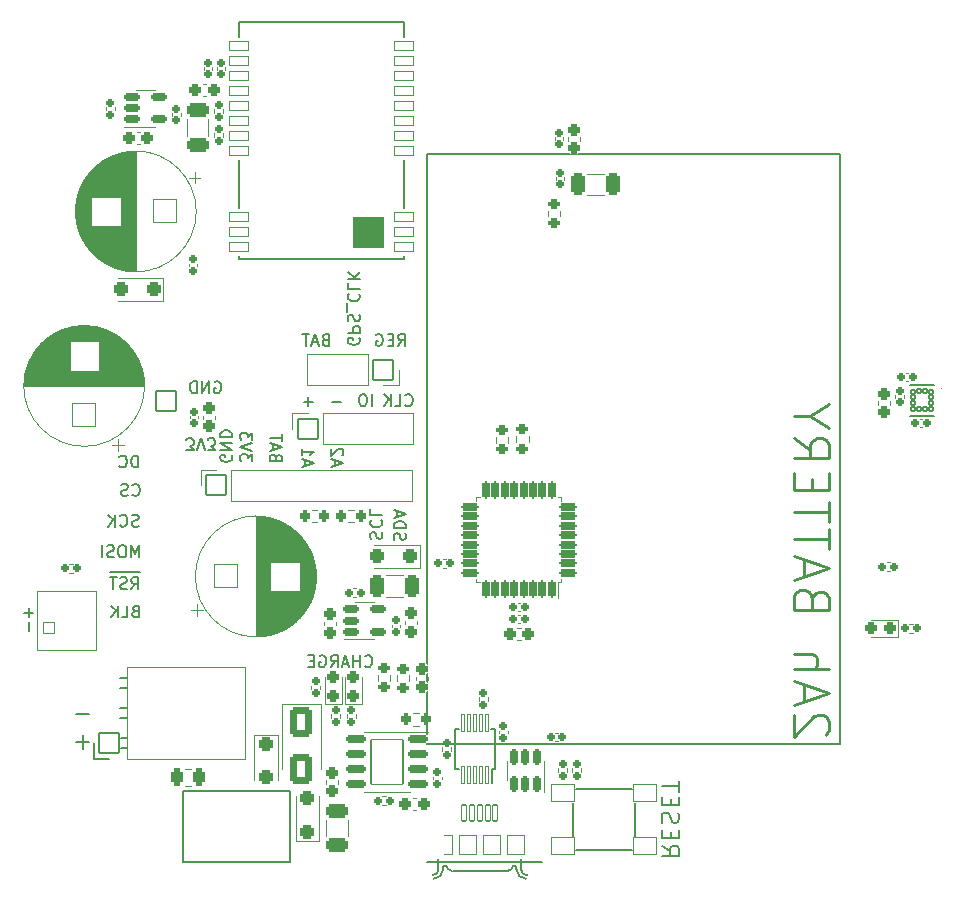
<source format=gbo>
%TF.GenerationSoftware,KiCad,Pcbnew,7.0.1-3b83917a11~172~ubuntu22.04.1*%
%TF.CreationDate,2023-04-06T21:51:21-06:00*%
%TF.ProjectId,gps-tracker,6770732d-7472-4616-936b-65722e6b6963,rev?*%
%TF.SameCoordinates,Original*%
%TF.FileFunction,Legend,Bot*%
%TF.FilePolarity,Positive*%
%FSLAX46Y46*%
G04 Gerber Fmt 4.6, Leading zero omitted, Abs format (unit mm)*
G04 Created by KiCad (PCBNEW 7.0.1-3b83917a11~172~ubuntu22.04.1) date 2023-04-06 21:51:21*
%MOMM*%
%LPD*%
G01*
G04 APERTURE LIST*
G04 Aperture macros list*
%AMRoundRect*
0 Rectangle with rounded corners*
0 $1 Rounding radius*
0 $2 $3 $4 $5 $6 $7 $8 $9 X,Y pos of 4 corners*
0 Add a 4 corners polygon primitive as box body*
4,1,4,$2,$3,$4,$5,$6,$7,$8,$9,$2,$3,0*
0 Add four circle primitives for the rounded corners*
1,1,$1+$1,$2,$3*
1,1,$1+$1,$4,$5*
1,1,$1+$1,$6,$7*
1,1,$1+$1,$8,$9*
0 Add four rect primitives between the rounded corners*
20,1,$1+$1,$2,$3,$4,$5,0*
20,1,$1+$1,$4,$5,$6,$7,0*
20,1,$1+$1,$6,$7,$8,$9,0*
20,1,$1+$1,$8,$9,$2,$3,0*%
G04 Aperture macros list end*
%ADD10C,0.150000*%
%ADD11C,0.200000*%
%ADD12C,0.250000*%
%ADD13C,0.127000*%
%ADD14C,0.120000*%
%ADD15C,0.100000*%
%ADD16C,0.010000*%
%ADD17C,1.408000*%
%ADD18C,1.800000*%
%ADD19RoundRect,0.050000X-0.200000X-0.675000X0.200000X-0.675000X0.200000X0.675000X-0.200000X0.675000X0*%
%ADD20C,1.508000*%
%ADD21RoundRect,0.050000X0.750000X0.775000X-0.750000X0.775000X-0.750000X-0.775000X0.750000X-0.775000X0*%
%ADD22C,1.900000*%
%ADD23RoundRect,0.300000X-0.650000X1.000000X-0.650000X-1.000000X0.650000X-1.000000X0.650000X1.000000X0*%
%ADD24RoundRect,0.050000X-0.850000X-0.850000X0.850000X-0.850000X0.850000X0.850000X-0.850000X0.850000X0*%
%ADD25RoundRect,0.050000X0.850000X-0.850000X0.850000X0.850000X-0.850000X0.850000X-0.850000X-0.850000X0*%
%ADD26O,1.800000X1.800000*%
%ADD27RoundRect,0.050000X0.500000X-0.500000X0.500000X0.500000X-0.500000X0.500000X-0.500000X-0.500000X0*%
%ADD28C,1.100000*%
%ADD29C,3.300000*%
%ADD30RoundRect,0.250000X-0.275000X0.200000X-0.275000X-0.200000X0.275000X-0.200000X0.275000X0.200000X0*%
%ADD31RoundRect,0.050000X-1.000000X-1.000000X1.000000X-1.000000X1.000000X1.000000X-1.000000X1.000000X0*%
%ADD32C,2.100000*%
%ADD33RoundRect,0.275000X0.225000X0.250000X-0.225000X0.250000X-0.225000X-0.250000X0.225000X-0.250000X0*%
%ADD34RoundRect,0.190000X-0.140000X-0.170000X0.140000X-0.170000X0.140000X0.170000X-0.140000X0.170000X0*%
%ADD35RoundRect,0.190000X0.170000X-0.140000X0.170000X0.140000X-0.170000X0.140000X-0.170000X-0.140000X0*%
%ADD36RoundRect,0.268750X0.256250X-0.218750X0.256250X0.218750X-0.256250X0.218750X-0.256250X-0.218750X0*%
%ADD37RoundRect,0.050000X-0.850000X0.850000X-0.850000X-0.850000X0.850000X-0.850000X0.850000X0.850000X0*%
%ADD38C,1.600000*%
%ADD39RoundRect,0.185000X0.185000X-0.135000X0.185000X0.135000X-0.185000X0.135000X-0.185000X-0.135000X0*%
%ADD40RoundRect,0.275000X-0.250000X0.225000X-0.250000X-0.225000X0.250000X-0.225000X0.250000X0.225000X0*%
%ADD41RoundRect,0.300000X-0.650000X0.325000X-0.650000X-0.325000X0.650000X-0.325000X0.650000X0.325000X0*%
%ADD42RoundRect,0.200000X-0.512500X-0.150000X0.512500X-0.150000X0.512500X0.150000X-0.512500X0.150000X0*%
%ADD43RoundRect,0.050000X-1.000000X-0.750000X1.000000X-0.750000X1.000000X0.750000X-1.000000X0.750000X0*%
%ADD44RoundRect,0.293750X0.243750X0.456250X-0.243750X0.456250X-0.243750X-0.456250X0.243750X-0.456250X0*%
%ADD45RoundRect,0.190000X0.140000X0.170000X-0.140000X0.170000X-0.140000X-0.170000X0.140000X-0.170000X0*%
%ADD46RoundRect,0.250000X0.275000X-0.200000X0.275000X0.200000X-0.275000X0.200000X-0.275000X-0.200000X0*%
%ADD47RoundRect,0.250000X0.200000X0.275000X-0.200000X0.275000X-0.200000X-0.275000X0.200000X-0.275000X0*%
%ADD48RoundRect,0.200000X0.675000X0.150000X-0.675000X0.150000X-0.675000X-0.150000X0.675000X-0.150000X0*%
%ADD49RoundRect,0.050000X1.350000X1.900000X-1.350000X1.900000X-1.350000X-1.900000X1.350000X-1.900000X0*%
%ADD50RoundRect,0.081500X0.143500X-0.173500X0.143500X0.173500X-0.143500X0.173500X-0.143500X-0.173500X0*%
%ADD51RoundRect,0.081500X0.173500X0.143500X-0.173500X0.143500X-0.173500X-0.143500X0.173500X-0.143500X0*%
%ADD52RoundRect,0.185000X-0.135000X-0.185000X0.135000X-0.185000X0.135000X0.185000X-0.135000X0.185000X0*%
%ADD53RoundRect,0.185000X-0.185000X0.135000X-0.185000X-0.135000X0.185000X-0.135000X0.185000X0.135000X0*%
%ADD54RoundRect,0.268750X0.218750X0.256250X-0.218750X0.256250X-0.218750X-0.256250X0.218750X-0.256250X0*%
%ADD55RoundRect,0.050000X-0.838200X-0.406400X0.838200X-0.406400X0.838200X0.406400X-0.838200X0.406400X0*%
%ADD56RoundRect,0.190000X-0.170000X0.140000X-0.170000X-0.140000X0.170000X-0.140000X0.170000X0.140000X0*%
%ADD57RoundRect,0.050000X1.000000X-1.000000X1.000000X1.000000X-1.000000X1.000000X-1.000000X-1.000000X0*%
%ADD58RoundRect,0.300000X-0.325000X-0.650000X0.325000X-0.650000X0.325000X0.650000X-0.325000X0.650000X0*%
%ADD59RoundRect,0.185000X0.135000X0.185000X-0.135000X0.185000X-0.135000X-0.185000X0.135000X-0.185000X0*%
%ADD60RoundRect,0.275000X-0.225000X-0.250000X0.225000X-0.250000X0.225000X0.250000X-0.225000X0.250000X0*%
%ADD61RoundRect,0.300000X0.300000X0.300000X-0.300000X0.300000X-0.300000X-0.300000X0.300000X-0.300000X0*%
%ADD62RoundRect,0.300000X-0.300000X0.300000X-0.300000X-0.300000X0.300000X-0.300000X0.300000X0.300000X0*%
%ADD63RoundRect,0.275000X0.250000X-0.225000X0.250000X0.225000X-0.250000X0.225000X-0.250000X-0.225000X0*%
%ADD64RoundRect,0.175000X0.125000X-0.625000X0.125000X0.625000X-0.125000X0.625000X-0.125000X-0.625000X0*%
%ADD65RoundRect,0.175000X0.625000X-0.125000X0.625000X0.125000X-0.625000X0.125000X-0.625000X-0.125000X0*%
%ADD66RoundRect,0.050000X1.000000X1.000000X-1.000000X1.000000X-1.000000X-1.000000X1.000000X-1.000000X0*%
%ADD67RoundRect,0.300000X0.300000X-0.300000X0.300000X0.300000X-0.300000X0.300000X-0.300000X-0.300000X0*%
%ADD68RoundRect,0.050000X0.150000X-0.700000X0.150000X0.700000X-0.150000X0.700000X-0.150000X-0.700000X0*%
%ADD69RoundRect,0.250000X-0.200000X-0.275000X0.200000X-0.275000X0.200000X0.275000X-0.200000X0.275000X0*%
%ADD70RoundRect,0.200000X0.150000X-0.512500X0.150000X0.512500X-0.150000X0.512500X-0.150000X-0.512500X0*%
%ADD71RoundRect,0.300000X0.325000X0.650000X-0.325000X0.650000X-0.325000X-0.650000X0.325000X-0.650000X0*%
G04 APERTURE END LIST*
D10*
X101390476Y-110382380D02*
X101438095Y-110430000D01*
X101438095Y-110430000D02*
X101580952Y-110477619D01*
X101580952Y-110477619D02*
X101676190Y-110477619D01*
X101676190Y-110477619D02*
X101819047Y-110430000D01*
X101819047Y-110430000D02*
X101914285Y-110334761D01*
X101914285Y-110334761D02*
X101961904Y-110239523D01*
X101961904Y-110239523D02*
X102009523Y-110049047D01*
X102009523Y-110049047D02*
X102009523Y-109906190D01*
X102009523Y-109906190D02*
X101961904Y-109715714D01*
X101961904Y-109715714D02*
X101914285Y-109620476D01*
X101914285Y-109620476D02*
X101819047Y-109525238D01*
X101819047Y-109525238D02*
X101676190Y-109477619D01*
X101676190Y-109477619D02*
X101580952Y-109477619D01*
X101580952Y-109477619D02*
X101438095Y-109525238D01*
X101438095Y-109525238D02*
X101390476Y-109572857D01*
X100961904Y-110477619D02*
X100961904Y-109477619D01*
X100961904Y-109953809D02*
X100390476Y-109953809D01*
X100390476Y-110477619D02*
X100390476Y-109477619D01*
X99961904Y-110191904D02*
X99485714Y-110191904D01*
X100057142Y-110477619D02*
X99723809Y-109477619D01*
X99723809Y-109477619D02*
X99390476Y-110477619D01*
X98485714Y-110477619D02*
X98819047Y-110001428D01*
X99057142Y-110477619D02*
X99057142Y-109477619D01*
X99057142Y-109477619D02*
X98676190Y-109477619D01*
X98676190Y-109477619D02*
X98580952Y-109525238D01*
X98580952Y-109525238D02*
X98533333Y-109572857D01*
X98533333Y-109572857D02*
X98485714Y-109668095D01*
X98485714Y-109668095D02*
X98485714Y-109810952D01*
X98485714Y-109810952D02*
X98533333Y-109906190D01*
X98533333Y-109906190D02*
X98580952Y-109953809D01*
X98580952Y-109953809D02*
X98676190Y-110001428D01*
X98676190Y-110001428D02*
X99057142Y-110001428D01*
X97533333Y-109525238D02*
X97628571Y-109477619D01*
X97628571Y-109477619D02*
X97771428Y-109477619D01*
X97771428Y-109477619D02*
X97914285Y-109525238D01*
X97914285Y-109525238D02*
X98009523Y-109620476D01*
X98009523Y-109620476D02*
X98057142Y-109715714D01*
X98057142Y-109715714D02*
X98104761Y-109906190D01*
X98104761Y-109906190D02*
X98104761Y-110049047D01*
X98104761Y-110049047D02*
X98057142Y-110239523D01*
X98057142Y-110239523D02*
X98009523Y-110334761D01*
X98009523Y-110334761D02*
X97914285Y-110430000D01*
X97914285Y-110430000D02*
X97771428Y-110477619D01*
X97771428Y-110477619D02*
X97676190Y-110477619D01*
X97676190Y-110477619D02*
X97533333Y-110430000D01*
X97533333Y-110430000D02*
X97485714Y-110382380D01*
X97485714Y-110382380D02*
X97485714Y-110049047D01*
X97485714Y-110049047D02*
X97676190Y-110049047D01*
X97057142Y-109953809D02*
X96723809Y-109953809D01*
X96580952Y-110477619D02*
X97057142Y-110477619D01*
X97057142Y-110477619D02*
X97057142Y-109477619D01*
X97057142Y-109477619D02*
X96580952Y-109477619D01*
X103870000Y-99709523D02*
X103822380Y-99566666D01*
X103822380Y-99566666D02*
X103822380Y-99328571D01*
X103822380Y-99328571D02*
X103870000Y-99233333D01*
X103870000Y-99233333D02*
X103917619Y-99185714D01*
X103917619Y-99185714D02*
X104012857Y-99138095D01*
X104012857Y-99138095D02*
X104108095Y-99138095D01*
X104108095Y-99138095D02*
X104203333Y-99185714D01*
X104203333Y-99185714D02*
X104250952Y-99233333D01*
X104250952Y-99233333D02*
X104298571Y-99328571D01*
X104298571Y-99328571D02*
X104346190Y-99519047D01*
X104346190Y-99519047D02*
X104393809Y-99614285D01*
X104393809Y-99614285D02*
X104441428Y-99661904D01*
X104441428Y-99661904D02*
X104536666Y-99709523D01*
X104536666Y-99709523D02*
X104631904Y-99709523D01*
X104631904Y-99709523D02*
X104727142Y-99661904D01*
X104727142Y-99661904D02*
X104774761Y-99614285D01*
X104774761Y-99614285D02*
X104822380Y-99519047D01*
X104822380Y-99519047D02*
X104822380Y-99280952D01*
X104822380Y-99280952D02*
X104774761Y-99138095D01*
X103822380Y-98709523D02*
X104822380Y-98709523D01*
X104822380Y-98709523D02*
X104822380Y-98471428D01*
X104822380Y-98471428D02*
X104774761Y-98328571D01*
X104774761Y-98328571D02*
X104679523Y-98233333D01*
X104679523Y-98233333D02*
X104584285Y-98185714D01*
X104584285Y-98185714D02*
X104393809Y-98138095D01*
X104393809Y-98138095D02*
X104250952Y-98138095D01*
X104250952Y-98138095D02*
X104060476Y-98185714D01*
X104060476Y-98185714D02*
X103965238Y-98233333D01*
X103965238Y-98233333D02*
X103870000Y-98328571D01*
X103870000Y-98328571D02*
X103822380Y-98471428D01*
X103822380Y-98471428D02*
X103822380Y-98709523D01*
X104108095Y-97757142D02*
X104108095Y-97280952D01*
X103822380Y-97852380D02*
X104822380Y-97519047D01*
X104822380Y-97519047D02*
X103822380Y-97185714D01*
X101870000Y-99609523D02*
X101822380Y-99466666D01*
X101822380Y-99466666D02*
X101822380Y-99228571D01*
X101822380Y-99228571D02*
X101870000Y-99133333D01*
X101870000Y-99133333D02*
X101917619Y-99085714D01*
X101917619Y-99085714D02*
X102012857Y-99038095D01*
X102012857Y-99038095D02*
X102108095Y-99038095D01*
X102108095Y-99038095D02*
X102203333Y-99085714D01*
X102203333Y-99085714D02*
X102250952Y-99133333D01*
X102250952Y-99133333D02*
X102298571Y-99228571D01*
X102298571Y-99228571D02*
X102346190Y-99419047D01*
X102346190Y-99419047D02*
X102393809Y-99514285D01*
X102393809Y-99514285D02*
X102441428Y-99561904D01*
X102441428Y-99561904D02*
X102536666Y-99609523D01*
X102536666Y-99609523D02*
X102631904Y-99609523D01*
X102631904Y-99609523D02*
X102727142Y-99561904D01*
X102727142Y-99561904D02*
X102774761Y-99514285D01*
X102774761Y-99514285D02*
X102822380Y-99419047D01*
X102822380Y-99419047D02*
X102822380Y-99180952D01*
X102822380Y-99180952D02*
X102774761Y-99038095D01*
X101917619Y-98038095D02*
X101870000Y-98085714D01*
X101870000Y-98085714D02*
X101822380Y-98228571D01*
X101822380Y-98228571D02*
X101822380Y-98323809D01*
X101822380Y-98323809D02*
X101870000Y-98466666D01*
X101870000Y-98466666D02*
X101965238Y-98561904D01*
X101965238Y-98561904D02*
X102060476Y-98609523D01*
X102060476Y-98609523D02*
X102250952Y-98657142D01*
X102250952Y-98657142D02*
X102393809Y-98657142D01*
X102393809Y-98657142D02*
X102584285Y-98609523D01*
X102584285Y-98609523D02*
X102679523Y-98561904D01*
X102679523Y-98561904D02*
X102774761Y-98466666D01*
X102774761Y-98466666D02*
X102822380Y-98323809D01*
X102822380Y-98323809D02*
X102822380Y-98228571D01*
X102822380Y-98228571D02*
X102774761Y-98085714D01*
X102774761Y-98085714D02*
X102727142Y-98038095D01*
X101822380Y-97133333D02*
X101822380Y-97609523D01*
X101822380Y-97609523D02*
X102822380Y-97609523D01*
X98808095Y-93409523D02*
X98808095Y-92933333D01*
X98522380Y-93504761D02*
X99522380Y-93171428D01*
X99522380Y-93171428D02*
X98522380Y-92838095D01*
X99427142Y-92552380D02*
X99474761Y-92504761D01*
X99474761Y-92504761D02*
X99522380Y-92409523D01*
X99522380Y-92409523D02*
X99522380Y-92171428D01*
X99522380Y-92171428D02*
X99474761Y-92076190D01*
X99474761Y-92076190D02*
X99427142Y-92028571D01*
X99427142Y-92028571D02*
X99331904Y-91980952D01*
X99331904Y-91980952D02*
X99236666Y-91980952D01*
X99236666Y-91980952D02*
X99093809Y-92028571D01*
X99093809Y-92028571D02*
X98522380Y-92599999D01*
X98522380Y-92599999D02*
X98522380Y-91980952D01*
X96308095Y-93409523D02*
X96308095Y-92933333D01*
X96022380Y-93504761D02*
X97022380Y-93171428D01*
X97022380Y-93171428D02*
X96022380Y-92838095D01*
X96022380Y-91980952D02*
X96022380Y-92552380D01*
X96022380Y-92266666D02*
X97022380Y-92266666D01*
X97022380Y-92266666D02*
X96879523Y-92361904D01*
X96879523Y-92361904D02*
X96784285Y-92457142D01*
X96784285Y-92457142D02*
X96736666Y-92552380D01*
X93846190Y-92728571D02*
X93798571Y-92585714D01*
X93798571Y-92585714D02*
X93750952Y-92538095D01*
X93750952Y-92538095D02*
X93655714Y-92490476D01*
X93655714Y-92490476D02*
X93512857Y-92490476D01*
X93512857Y-92490476D02*
X93417619Y-92538095D01*
X93417619Y-92538095D02*
X93370000Y-92585714D01*
X93370000Y-92585714D02*
X93322380Y-92680952D01*
X93322380Y-92680952D02*
X93322380Y-93061904D01*
X93322380Y-93061904D02*
X94322380Y-93061904D01*
X94322380Y-93061904D02*
X94322380Y-92728571D01*
X94322380Y-92728571D02*
X94274761Y-92633333D01*
X94274761Y-92633333D02*
X94227142Y-92585714D01*
X94227142Y-92585714D02*
X94131904Y-92538095D01*
X94131904Y-92538095D02*
X94036666Y-92538095D01*
X94036666Y-92538095D02*
X93941428Y-92585714D01*
X93941428Y-92585714D02*
X93893809Y-92633333D01*
X93893809Y-92633333D02*
X93846190Y-92728571D01*
X93846190Y-92728571D02*
X93846190Y-93061904D01*
X93608095Y-92109523D02*
X93608095Y-91633333D01*
X93322380Y-92204761D02*
X94322380Y-91871428D01*
X94322380Y-91871428D02*
X93322380Y-91538095D01*
X94322380Y-91347618D02*
X94322380Y-90776190D01*
X93322380Y-91061904D02*
X94322380Y-91061904D01*
X91822380Y-93057142D02*
X91822380Y-92438095D01*
X91822380Y-92438095D02*
X91441428Y-92771428D01*
X91441428Y-92771428D02*
X91441428Y-92628571D01*
X91441428Y-92628571D02*
X91393809Y-92533333D01*
X91393809Y-92533333D02*
X91346190Y-92485714D01*
X91346190Y-92485714D02*
X91250952Y-92438095D01*
X91250952Y-92438095D02*
X91012857Y-92438095D01*
X91012857Y-92438095D02*
X90917619Y-92485714D01*
X90917619Y-92485714D02*
X90870000Y-92533333D01*
X90870000Y-92533333D02*
X90822380Y-92628571D01*
X90822380Y-92628571D02*
X90822380Y-92914285D01*
X90822380Y-92914285D02*
X90870000Y-93009523D01*
X90870000Y-93009523D02*
X90917619Y-93057142D01*
X91822380Y-92152380D02*
X90822380Y-91819047D01*
X90822380Y-91819047D02*
X91822380Y-91485714D01*
X91822380Y-91247618D02*
X91822380Y-90628571D01*
X91822380Y-90628571D02*
X91441428Y-90961904D01*
X91441428Y-90961904D02*
X91441428Y-90819047D01*
X91441428Y-90819047D02*
X91393809Y-90723809D01*
X91393809Y-90723809D02*
X91346190Y-90676190D01*
X91346190Y-90676190D02*
X91250952Y-90628571D01*
X91250952Y-90628571D02*
X91012857Y-90628571D01*
X91012857Y-90628571D02*
X90917619Y-90676190D01*
X90917619Y-90676190D02*
X90870000Y-90723809D01*
X90870000Y-90723809D02*
X90822380Y-90819047D01*
X90822380Y-90819047D02*
X90822380Y-91104761D01*
X90822380Y-91104761D02*
X90870000Y-91199999D01*
X90870000Y-91199999D02*
X90917619Y-91247618D01*
X90074761Y-92538095D02*
X90122380Y-92633333D01*
X90122380Y-92633333D02*
X90122380Y-92776190D01*
X90122380Y-92776190D02*
X90074761Y-92919047D01*
X90074761Y-92919047D02*
X89979523Y-93014285D01*
X89979523Y-93014285D02*
X89884285Y-93061904D01*
X89884285Y-93061904D02*
X89693809Y-93109523D01*
X89693809Y-93109523D02*
X89550952Y-93109523D01*
X89550952Y-93109523D02*
X89360476Y-93061904D01*
X89360476Y-93061904D02*
X89265238Y-93014285D01*
X89265238Y-93014285D02*
X89170000Y-92919047D01*
X89170000Y-92919047D02*
X89122380Y-92776190D01*
X89122380Y-92776190D02*
X89122380Y-92680952D01*
X89122380Y-92680952D02*
X89170000Y-92538095D01*
X89170000Y-92538095D02*
X89217619Y-92490476D01*
X89217619Y-92490476D02*
X89550952Y-92490476D01*
X89550952Y-92490476D02*
X89550952Y-92680952D01*
X89122380Y-92061904D02*
X90122380Y-92061904D01*
X90122380Y-92061904D02*
X89122380Y-91490476D01*
X89122380Y-91490476D02*
X90122380Y-91490476D01*
X89122380Y-91014285D02*
X90122380Y-91014285D01*
X90122380Y-91014285D02*
X90122380Y-90776190D01*
X90122380Y-90776190D02*
X90074761Y-90633333D01*
X90074761Y-90633333D02*
X89979523Y-90538095D01*
X89979523Y-90538095D02*
X89884285Y-90490476D01*
X89884285Y-90490476D02*
X89693809Y-90442857D01*
X89693809Y-90442857D02*
X89550952Y-90442857D01*
X89550952Y-90442857D02*
X89360476Y-90490476D01*
X89360476Y-90490476D02*
X89265238Y-90538095D01*
X89265238Y-90538095D02*
X89170000Y-90633333D01*
X89170000Y-90633333D02*
X89122380Y-90776190D01*
X89122380Y-90776190D02*
X89122380Y-91014285D01*
X100874761Y-82638095D02*
X100922380Y-82733333D01*
X100922380Y-82733333D02*
X100922380Y-82876190D01*
X100922380Y-82876190D02*
X100874761Y-83019047D01*
X100874761Y-83019047D02*
X100779523Y-83114285D01*
X100779523Y-83114285D02*
X100684285Y-83161904D01*
X100684285Y-83161904D02*
X100493809Y-83209523D01*
X100493809Y-83209523D02*
X100350952Y-83209523D01*
X100350952Y-83209523D02*
X100160476Y-83161904D01*
X100160476Y-83161904D02*
X100065238Y-83114285D01*
X100065238Y-83114285D02*
X99970000Y-83019047D01*
X99970000Y-83019047D02*
X99922380Y-82876190D01*
X99922380Y-82876190D02*
X99922380Y-82780952D01*
X99922380Y-82780952D02*
X99970000Y-82638095D01*
X99970000Y-82638095D02*
X100017619Y-82590476D01*
X100017619Y-82590476D02*
X100350952Y-82590476D01*
X100350952Y-82590476D02*
X100350952Y-82780952D01*
X99922380Y-82161904D02*
X100922380Y-82161904D01*
X100922380Y-82161904D02*
X100922380Y-81780952D01*
X100922380Y-81780952D02*
X100874761Y-81685714D01*
X100874761Y-81685714D02*
X100827142Y-81638095D01*
X100827142Y-81638095D02*
X100731904Y-81590476D01*
X100731904Y-81590476D02*
X100589047Y-81590476D01*
X100589047Y-81590476D02*
X100493809Y-81638095D01*
X100493809Y-81638095D02*
X100446190Y-81685714D01*
X100446190Y-81685714D02*
X100398571Y-81780952D01*
X100398571Y-81780952D02*
X100398571Y-82161904D01*
X99970000Y-81209523D02*
X99922380Y-81066666D01*
X99922380Y-81066666D02*
X99922380Y-80828571D01*
X99922380Y-80828571D02*
X99970000Y-80733333D01*
X99970000Y-80733333D02*
X100017619Y-80685714D01*
X100017619Y-80685714D02*
X100112857Y-80638095D01*
X100112857Y-80638095D02*
X100208095Y-80638095D01*
X100208095Y-80638095D02*
X100303333Y-80685714D01*
X100303333Y-80685714D02*
X100350952Y-80733333D01*
X100350952Y-80733333D02*
X100398571Y-80828571D01*
X100398571Y-80828571D02*
X100446190Y-81019047D01*
X100446190Y-81019047D02*
X100493809Y-81114285D01*
X100493809Y-81114285D02*
X100541428Y-81161904D01*
X100541428Y-81161904D02*
X100636666Y-81209523D01*
X100636666Y-81209523D02*
X100731904Y-81209523D01*
X100731904Y-81209523D02*
X100827142Y-81161904D01*
X100827142Y-81161904D02*
X100874761Y-81114285D01*
X100874761Y-81114285D02*
X100922380Y-81019047D01*
X100922380Y-81019047D02*
X100922380Y-80780952D01*
X100922380Y-80780952D02*
X100874761Y-80638095D01*
X99827142Y-80447619D02*
X99827142Y-79685714D01*
X100017619Y-78876190D02*
X99970000Y-78923809D01*
X99970000Y-78923809D02*
X99922380Y-79066666D01*
X99922380Y-79066666D02*
X99922380Y-79161904D01*
X99922380Y-79161904D02*
X99970000Y-79304761D01*
X99970000Y-79304761D02*
X100065238Y-79399999D01*
X100065238Y-79399999D02*
X100160476Y-79447618D01*
X100160476Y-79447618D02*
X100350952Y-79495237D01*
X100350952Y-79495237D02*
X100493809Y-79495237D01*
X100493809Y-79495237D02*
X100684285Y-79447618D01*
X100684285Y-79447618D02*
X100779523Y-79399999D01*
X100779523Y-79399999D02*
X100874761Y-79304761D01*
X100874761Y-79304761D02*
X100922380Y-79161904D01*
X100922380Y-79161904D02*
X100922380Y-79066666D01*
X100922380Y-79066666D02*
X100874761Y-78923809D01*
X100874761Y-78923809D02*
X100827142Y-78876190D01*
X99922380Y-77971428D02*
X99922380Y-78447618D01*
X99922380Y-78447618D02*
X100922380Y-78447618D01*
X99922380Y-77638094D02*
X100922380Y-77638094D01*
X99922380Y-77066666D02*
X100493809Y-77495237D01*
X100922380Y-77066666D02*
X100350952Y-77638094D01*
X98028571Y-82753809D02*
X97885714Y-82801428D01*
X97885714Y-82801428D02*
X97838095Y-82849047D01*
X97838095Y-82849047D02*
X97790476Y-82944285D01*
X97790476Y-82944285D02*
X97790476Y-83087142D01*
X97790476Y-83087142D02*
X97838095Y-83182380D01*
X97838095Y-83182380D02*
X97885714Y-83230000D01*
X97885714Y-83230000D02*
X97980952Y-83277619D01*
X97980952Y-83277619D02*
X98361904Y-83277619D01*
X98361904Y-83277619D02*
X98361904Y-82277619D01*
X98361904Y-82277619D02*
X98028571Y-82277619D01*
X98028571Y-82277619D02*
X97933333Y-82325238D01*
X97933333Y-82325238D02*
X97885714Y-82372857D01*
X97885714Y-82372857D02*
X97838095Y-82468095D01*
X97838095Y-82468095D02*
X97838095Y-82563333D01*
X97838095Y-82563333D02*
X97885714Y-82658571D01*
X97885714Y-82658571D02*
X97933333Y-82706190D01*
X97933333Y-82706190D02*
X98028571Y-82753809D01*
X98028571Y-82753809D02*
X98361904Y-82753809D01*
X97409523Y-82991904D02*
X96933333Y-82991904D01*
X97504761Y-83277619D02*
X97171428Y-82277619D01*
X97171428Y-82277619D02*
X96838095Y-83277619D01*
X96647618Y-82277619D02*
X96076190Y-82277619D01*
X96361904Y-83277619D02*
X96361904Y-82277619D01*
X104190476Y-83277619D02*
X104523809Y-82801428D01*
X104761904Y-83277619D02*
X104761904Y-82277619D01*
X104761904Y-82277619D02*
X104380952Y-82277619D01*
X104380952Y-82277619D02*
X104285714Y-82325238D01*
X104285714Y-82325238D02*
X104238095Y-82372857D01*
X104238095Y-82372857D02*
X104190476Y-82468095D01*
X104190476Y-82468095D02*
X104190476Y-82610952D01*
X104190476Y-82610952D02*
X104238095Y-82706190D01*
X104238095Y-82706190D02*
X104285714Y-82753809D01*
X104285714Y-82753809D02*
X104380952Y-82801428D01*
X104380952Y-82801428D02*
X104761904Y-82801428D01*
X103761904Y-82753809D02*
X103428571Y-82753809D01*
X103285714Y-83277619D02*
X103761904Y-83277619D01*
X103761904Y-83277619D02*
X103761904Y-82277619D01*
X103761904Y-82277619D02*
X103285714Y-82277619D01*
X102333333Y-82325238D02*
X102428571Y-82277619D01*
X102428571Y-82277619D02*
X102571428Y-82277619D01*
X102571428Y-82277619D02*
X102714285Y-82325238D01*
X102714285Y-82325238D02*
X102809523Y-82420476D01*
X102809523Y-82420476D02*
X102857142Y-82515714D01*
X102857142Y-82515714D02*
X102904761Y-82706190D01*
X102904761Y-82706190D02*
X102904761Y-82849047D01*
X102904761Y-82849047D02*
X102857142Y-83039523D01*
X102857142Y-83039523D02*
X102809523Y-83134761D01*
X102809523Y-83134761D02*
X102714285Y-83230000D01*
X102714285Y-83230000D02*
X102571428Y-83277619D01*
X102571428Y-83277619D02*
X102476190Y-83277619D01*
X102476190Y-83277619D02*
X102333333Y-83230000D01*
X102333333Y-83230000D02*
X102285714Y-83182380D01*
X102285714Y-83182380D02*
X102285714Y-82849047D01*
X102285714Y-82849047D02*
X102476190Y-82849047D01*
X104790476Y-88282380D02*
X104838095Y-88330000D01*
X104838095Y-88330000D02*
X104980952Y-88377619D01*
X104980952Y-88377619D02*
X105076190Y-88377619D01*
X105076190Y-88377619D02*
X105219047Y-88330000D01*
X105219047Y-88330000D02*
X105314285Y-88234761D01*
X105314285Y-88234761D02*
X105361904Y-88139523D01*
X105361904Y-88139523D02*
X105409523Y-87949047D01*
X105409523Y-87949047D02*
X105409523Y-87806190D01*
X105409523Y-87806190D02*
X105361904Y-87615714D01*
X105361904Y-87615714D02*
X105314285Y-87520476D01*
X105314285Y-87520476D02*
X105219047Y-87425238D01*
X105219047Y-87425238D02*
X105076190Y-87377619D01*
X105076190Y-87377619D02*
X104980952Y-87377619D01*
X104980952Y-87377619D02*
X104838095Y-87425238D01*
X104838095Y-87425238D02*
X104790476Y-87472857D01*
X103885714Y-88377619D02*
X104361904Y-88377619D01*
X104361904Y-88377619D02*
X104361904Y-87377619D01*
X103552380Y-88377619D02*
X103552380Y-87377619D01*
X102980952Y-88377619D02*
X103409523Y-87806190D01*
X102980952Y-87377619D02*
X103552380Y-87949047D01*
X101961904Y-88377619D02*
X101961904Y-87377619D01*
X101295238Y-87377619D02*
X101104762Y-87377619D01*
X101104762Y-87377619D02*
X101009524Y-87425238D01*
X101009524Y-87425238D02*
X100914286Y-87520476D01*
X100914286Y-87520476D02*
X100866667Y-87710952D01*
X100866667Y-87710952D02*
X100866667Y-88044285D01*
X100866667Y-88044285D02*
X100914286Y-88234761D01*
X100914286Y-88234761D02*
X101009524Y-88330000D01*
X101009524Y-88330000D02*
X101104762Y-88377619D01*
X101104762Y-88377619D02*
X101295238Y-88377619D01*
X101295238Y-88377619D02*
X101390476Y-88330000D01*
X101390476Y-88330000D02*
X101485714Y-88234761D01*
X101485714Y-88234761D02*
X101533333Y-88044285D01*
X101533333Y-88044285D02*
X101533333Y-87710952D01*
X101533333Y-87710952D02*
X101485714Y-87520476D01*
X101485714Y-87520476D02*
X101390476Y-87425238D01*
X101390476Y-87425238D02*
X101295238Y-87377619D01*
X99361904Y-87996666D02*
X98600000Y-87996666D01*
X96961904Y-87996666D02*
X96200000Y-87996666D01*
X96580952Y-88377619D02*
X96580952Y-87615714D01*
X81928571Y-105753809D02*
X81785714Y-105801428D01*
X81785714Y-105801428D02*
X81738095Y-105849047D01*
X81738095Y-105849047D02*
X81690476Y-105944285D01*
X81690476Y-105944285D02*
X81690476Y-106087142D01*
X81690476Y-106087142D02*
X81738095Y-106182380D01*
X81738095Y-106182380D02*
X81785714Y-106230000D01*
X81785714Y-106230000D02*
X81880952Y-106277619D01*
X81880952Y-106277619D02*
X82261904Y-106277619D01*
X82261904Y-106277619D02*
X82261904Y-105277619D01*
X82261904Y-105277619D02*
X81928571Y-105277619D01*
X81928571Y-105277619D02*
X81833333Y-105325238D01*
X81833333Y-105325238D02*
X81785714Y-105372857D01*
X81785714Y-105372857D02*
X81738095Y-105468095D01*
X81738095Y-105468095D02*
X81738095Y-105563333D01*
X81738095Y-105563333D02*
X81785714Y-105658571D01*
X81785714Y-105658571D02*
X81833333Y-105706190D01*
X81833333Y-105706190D02*
X81928571Y-105753809D01*
X81928571Y-105753809D02*
X82261904Y-105753809D01*
X80785714Y-106277619D02*
X81261904Y-106277619D01*
X81261904Y-106277619D02*
X81261904Y-105277619D01*
X80452380Y-106277619D02*
X80452380Y-105277619D01*
X79880952Y-106277619D02*
X80309523Y-105706190D01*
X79880952Y-105277619D02*
X80452380Y-105849047D01*
X81590476Y-103877619D02*
X81923809Y-103401428D01*
X82161904Y-103877619D02*
X82161904Y-102877619D01*
X82161904Y-102877619D02*
X81780952Y-102877619D01*
X81780952Y-102877619D02*
X81685714Y-102925238D01*
X81685714Y-102925238D02*
X81638095Y-102972857D01*
X81638095Y-102972857D02*
X81590476Y-103068095D01*
X81590476Y-103068095D02*
X81590476Y-103210952D01*
X81590476Y-103210952D02*
X81638095Y-103306190D01*
X81638095Y-103306190D02*
X81685714Y-103353809D01*
X81685714Y-103353809D02*
X81780952Y-103401428D01*
X81780952Y-103401428D02*
X82161904Y-103401428D01*
X81209523Y-103830000D02*
X81066666Y-103877619D01*
X81066666Y-103877619D02*
X80828571Y-103877619D01*
X80828571Y-103877619D02*
X80733333Y-103830000D01*
X80733333Y-103830000D02*
X80685714Y-103782380D01*
X80685714Y-103782380D02*
X80638095Y-103687142D01*
X80638095Y-103687142D02*
X80638095Y-103591904D01*
X80638095Y-103591904D02*
X80685714Y-103496666D01*
X80685714Y-103496666D02*
X80733333Y-103449047D01*
X80733333Y-103449047D02*
X80828571Y-103401428D01*
X80828571Y-103401428D02*
X81019047Y-103353809D01*
X81019047Y-103353809D02*
X81114285Y-103306190D01*
X81114285Y-103306190D02*
X81161904Y-103258571D01*
X81161904Y-103258571D02*
X81209523Y-103163333D01*
X81209523Y-103163333D02*
X81209523Y-103068095D01*
X81209523Y-103068095D02*
X81161904Y-102972857D01*
X81161904Y-102972857D02*
X81114285Y-102925238D01*
X81114285Y-102925238D02*
X81019047Y-102877619D01*
X81019047Y-102877619D02*
X80780952Y-102877619D01*
X80780952Y-102877619D02*
X80638095Y-102925238D01*
X80352380Y-102877619D02*
X79780952Y-102877619D01*
X80066666Y-103877619D02*
X80066666Y-102877619D01*
X82300000Y-102430000D02*
X79785714Y-102430000D01*
X82261904Y-101177619D02*
X82261904Y-100177619D01*
X82261904Y-100177619D02*
X81928571Y-100891904D01*
X81928571Y-100891904D02*
X81595238Y-100177619D01*
X81595238Y-100177619D02*
X81595238Y-101177619D01*
X80928571Y-100177619D02*
X80738095Y-100177619D01*
X80738095Y-100177619D02*
X80642857Y-100225238D01*
X80642857Y-100225238D02*
X80547619Y-100320476D01*
X80547619Y-100320476D02*
X80500000Y-100510952D01*
X80500000Y-100510952D02*
X80500000Y-100844285D01*
X80500000Y-100844285D02*
X80547619Y-101034761D01*
X80547619Y-101034761D02*
X80642857Y-101130000D01*
X80642857Y-101130000D02*
X80738095Y-101177619D01*
X80738095Y-101177619D02*
X80928571Y-101177619D01*
X80928571Y-101177619D02*
X81023809Y-101130000D01*
X81023809Y-101130000D02*
X81119047Y-101034761D01*
X81119047Y-101034761D02*
X81166666Y-100844285D01*
X81166666Y-100844285D02*
X81166666Y-100510952D01*
X81166666Y-100510952D02*
X81119047Y-100320476D01*
X81119047Y-100320476D02*
X81023809Y-100225238D01*
X81023809Y-100225238D02*
X80928571Y-100177619D01*
X80119047Y-101130000D02*
X79976190Y-101177619D01*
X79976190Y-101177619D02*
X79738095Y-101177619D01*
X79738095Y-101177619D02*
X79642857Y-101130000D01*
X79642857Y-101130000D02*
X79595238Y-101082380D01*
X79595238Y-101082380D02*
X79547619Y-100987142D01*
X79547619Y-100987142D02*
X79547619Y-100891904D01*
X79547619Y-100891904D02*
X79595238Y-100796666D01*
X79595238Y-100796666D02*
X79642857Y-100749047D01*
X79642857Y-100749047D02*
X79738095Y-100701428D01*
X79738095Y-100701428D02*
X79928571Y-100653809D01*
X79928571Y-100653809D02*
X80023809Y-100606190D01*
X80023809Y-100606190D02*
X80071428Y-100558571D01*
X80071428Y-100558571D02*
X80119047Y-100463333D01*
X80119047Y-100463333D02*
X80119047Y-100368095D01*
X80119047Y-100368095D02*
X80071428Y-100272857D01*
X80071428Y-100272857D02*
X80023809Y-100225238D01*
X80023809Y-100225238D02*
X79928571Y-100177619D01*
X79928571Y-100177619D02*
X79690476Y-100177619D01*
X79690476Y-100177619D02*
X79547619Y-100225238D01*
X79119047Y-101177619D02*
X79119047Y-100177619D01*
X82209523Y-98530000D02*
X82066666Y-98577619D01*
X82066666Y-98577619D02*
X81828571Y-98577619D01*
X81828571Y-98577619D02*
X81733333Y-98530000D01*
X81733333Y-98530000D02*
X81685714Y-98482380D01*
X81685714Y-98482380D02*
X81638095Y-98387142D01*
X81638095Y-98387142D02*
X81638095Y-98291904D01*
X81638095Y-98291904D02*
X81685714Y-98196666D01*
X81685714Y-98196666D02*
X81733333Y-98149047D01*
X81733333Y-98149047D02*
X81828571Y-98101428D01*
X81828571Y-98101428D02*
X82019047Y-98053809D01*
X82019047Y-98053809D02*
X82114285Y-98006190D01*
X82114285Y-98006190D02*
X82161904Y-97958571D01*
X82161904Y-97958571D02*
X82209523Y-97863333D01*
X82209523Y-97863333D02*
X82209523Y-97768095D01*
X82209523Y-97768095D02*
X82161904Y-97672857D01*
X82161904Y-97672857D02*
X82114285Y-97625238D01*
X82114285Y-97625238D02*
X82019047Y-97577619D01*
X82019047Y-97577619D02*
X81780952Y-97577619D01*
X81780952Y-97577619D02*
X81638095Y-97625238D01*
X80638095Y-98482380D02*
X80685714Y-98530000D01*
X80685714Y-98530000D02*
X80828571Y-98577619D01*
X80828571Y-98577619D02*
X80923809Y-98577619D01*
X80923809Y-98577619D02*
X81066666Y-98530000D01*
X81066666Y-98530000D02*
X81161904Y-98434761D01*
X81161904Y-98434761D02*
X81209523Y-98339523D01*
X81209523Y-98339523D02*
X81257142Y-98149047D01*
X81257142Y-98149047D02*
X81257142Y-98006190D01*
X81257142Y-98006190D02*
X81209523Y-97815714D01*
X81209523Y-97815714D02*
X81161904Y-97720476D01*
X81161904Y-97720476D02*
X81066666Y-97625238D01*
X81066666Y-97625238D02*
X80923809Y-97577619D01*
X80923809Y-97577619D02*
X80828571Y-97577619D01*
X80828571Y-97577619D02*
X80685714Y-97625238D01*
X80685714Y-97625238D02*
X80638095Y-97672857D01*
X80209523Y-98577619D02*
X80209523Y-97577619D01*
X79638095Y-98577619D02*
X80066666Y-98006190D01*
X79638095Y-97577619D02*
X80209523Y-98149047D01*
X81690476Y-95882380D02*
X81738095Y-95930000D01*
X81738095Y-95930000D02*
X81880952Y-95977619D01*
X81880952Y-95977619D02*
X81976190Y-95977619D01*
X81976190Y-95977619D02*
X82119047Y-95930000D01*
X82119047Y-95930000D02*
X82214285Y-95834761D01*
X82214285Y-95834761D02*
X82261904Y-95739523D01*
X82261904Y-95739523D02*
X82309523Y-95549047D01*
X82309523Y-95549047D02*
X82309523Y-95406190D01*
X82309523Y-95406190D02*
X82261904Y-95215714D01*
X82261904Y-95215714D02*
X82214285Y-95120476D01*
X82214285Y-95120476D02*
X82119047Y-95025238D01*
X82119047Y-95025238D02*
X81976190Y-94977619D01*
X81976190Y-94977619D02*
X81880952Y-94977619D01*
X81880952Y-94977619D02*
X81738095Y-95025238D01*
X81738095Y-95025238D02*
X81690476Y-95072857D01*
X81309523Y-95930000D02*
X81166666Y-95977619D01*
X81166666Y-95977619D02*
X80928571Y-95977619D01*
X80928571Y-95977619D02*
X80833333Y-95930000D01*
X80833333Y-95930000D02*
X80785714Y-95882380D01*
X80785714Y-95882380D02*
X80738095Y-95787142D01*
X80738095Y-95787142D02*
X80738095Y-95691904D01*
X80738095Y-95691904D02*
X80785714Y-95596666D01*
X80785714Y-95596666D02*
X80833333Y-95549047D01*
X80833333Y-95549047D02*
X80928571Y-95501428D01*
X80928571Y-95501428D02*
X81119047Y-95453809D01*
X81119047Y-95453809D02*
X81214285Y-95406190D01*
X81214285Y-95406190D02*
X81261904Y-95358571D01*
X81261904Y-95358571D02*
X81309523Y-95263333D01*
X81309523Y-95263333D02*
X81309523Y-95168095D01*
X81309523Y-95168095D02*
X81261904Y-95072857D01*
X81261904Y-95072857D02*
X81214285Y-95025238D01*
X81214285Y-95025238D02*
X81119047Y-94977619D01*
X81119047Y-94977619D02*
X80880952Y-94977619D01*
X80880952Y-94977619D02*
X80738095Y-95025238D01*
X82161904Y-93577619D02*
X82161904Y-92577619D01*
X82161904Y-92577619D02*
X81923809Y-92577619D01*
X81923809Y-92577619D02*
X81780952Y-92625238D01*
X81780952Y-92625238D02*
X81685714Y-92720476D01*
X81685714Y-92720476D02*
X81638095Y-92815714D01*
X81638095Y-92815714D02*
X81590476Y-93006190D01*
X81590476Y-93006190D02*
X81590476Y-93149047D01*
X81590476Y-93149047D02*
X81638095Y-93339523D01*
X81638095Y-93339523D02*
X81685714Y-93434761D01*
X81685714Y-93434761D02*
X81780952Y-93530000D01*
X81780952Y-93530000D02*
X81923809Y-93577619D01*
X81923809Y-93577619D02*
X82161904Y-93577619D01*
X80590476Y-93482380D02*
X80638095Y-93530000D01*
X80638095Y-93530000D02*
X80780952Y-93577619D01*
X80780952Y-93577619D02*
X80876190Y-93577619D01*
X80876190Y-93577619D02*
X81019047Y-93530000D01*
X81019047Y-93530000D02*
X81114285Y-93434761D01*
X81114285Y-93434761D02*
X81161904Y-93339523D01*
X81161904Y-93339523D02*
X81209523Y-93149047D01*
X81209523Y-93149047D02*
X81209523Y-93006190D01*
X81209523Y-93006190D02*
X81161904Y-92815714D01*
X81161904Y-92815714D02*
X81114285Y-92720476D01*
X81114285Y-92720476D02*
X81019047Y-92625238D01*
X81019047Y-92625238D02*
X80876190Y-92577619D01*
X80876190Y-92577619D02*
X80780952Y-92577619D01*
X80780952Y-92577619D02*
X80638095Y-92625238D01*
X80638095Y-92625238D02*
X80590476Y-92672857D01*
X86242857Y-92122380D02*
X86861904Y-92122380D01*
X86861904Y-92122380D02*
X86528571Y-91741428D01*
X86528571Y-91741428D02*
X86671428Y-91741428D01*
X86671428Y-91741428D02*
X86766666Y-91693809D01*
X86766666Y-91693809D02*
X86814285Y-91646190D01*
X86814285Y-91646190D02*
X86861904Y-91550952D01*
X86861904Y-91550952D02*
X86861904Y-91312857D01*
X86861904Y-91312857D02*
X86814285Y-91217619D01*
X86814285Y-91217619D02*
X86766666Y-91170000D01*
X86766666Y-91170000D02*
X86671428Y-91122380D01*
X86671428Y-91122380D02*
X86385714Y-91122380D01*
X86385714Y-91122380D02*
X86290476Y-91170000D01*
X86290476Y-91170000D02*
X86242857Y-91217619D01*
X87147619Y-92122380D02*
X87480952Y-91122380D01*
X87480952Y-91122380D02*
X87814285Y-92122380D01*
X88052381Y-92122380D02*
X88671428Y-92122380D01*
X88671428Y-92122380D02*
X88338095Y-91741428D01*
X88338095Y-91741428D02*
X88480952Y-91741428D01*
X88480952Y-91741428D02*
X88576190Y-91693809D01*
X88576190Y-91693809D02*
X88623809Y-91646190D01*
X88623809Y-91646190D02*
X88671428Y-91550952D01*
X88671428Y-91550952D02*
X88671428Y-91312857D01*
X88671428Y-91312857D02*
X88623809Y-91217619D01*
X88623809Y-91217619D02*
X88576190Y-91170000D01*
X88576190Y-91170000D02*
X88480952Y-91122380D01*
X88480952Y-91122380D02*
X88195238Y-91122380D01*
X88195238Y-91122380D02*
X88100000Y-91170000D01*
X88100000Y-91170000D02*
X88052381Y-91217619D01*
X88638095Y-86325238D02*
X88733333Y-86277619D01*
X88733333Y-86277619D02*
X88876190Y-86277619D01*
X88876190Y-86277619D02*
X89019047Y-86325238D01*
X89019047Y-86325238D02*
X89114285Y-86420476D01*
X89114285Y-86420476D02*
X89161904Y-86515714D01*
X89161904Y-86515714D02*
X89209523Y-86706190D01*
X89209523Y-86706190D02*
X89209523Y-86849047D01*
X89209523Y-86849047D02*
X89161904Y-87039523D01*
X89161904Y-87039523D02*
X89114285Y-87134761D01*
X89114285Y-87134761D02*
X89019047Y-87230000D01*
X89019047Y-87230000D02*
X88876190Y-87277619D01*
X88876190Y-87277619D02*
X88780952Y-87277619D01*
X88780952Y-87277619D02*
X88638095Y-87230000D01*
X88638095Y-87230000D02*
X88590476Y-87182380D01*
X88590476Y-87182380D02*
X88590476Y-86849047D01*
X88590476Y-86849047D02*
X88780952Y-86849047D01*
X88161904Y-87277619D02*
X88161904Y-86277619D01*
X88161904Y-86277619D02*
X87590476Y-87277619D01*
X87590476Y-87277619D02*
X87590476Y-86277619D01*
X87114285Y-87277619D02*
X87114285Y-86277619D01*
X87114285Y-86277619D02*
X86876190Y-86277619D01*
X86876190Y-86277619D02*
X86733333Y-86325238D01*
X86733333Y-86325238D02*
X86638095Y-86420476D01*
X86638095Y-86420476D02*
X86590476Y-86515714D01*
X86590476Y-86515714D02*
X86542857Y-86706190D01*
X86542857Y-86706190D02*
X86542857Y-86849047D01*
X86542857Y-86849047D02*
X86590476Y-87039523D01*
X86590476Y-87039523D02*
X86638095Y-87134761D01*
X86638095Y-87134761D02*
X86733333Y-87230000D01*
X86733333Y-87230000D02*
X86876190Y-87277619D01*
X86876190Y-87277619D02*
X87114285Y-87277619D01*
X78042857Y-116820000D02*
X76900000Y-116820000D01*
X77471428Y-117391428D02*
X77471428Y-116248571D01*
X78042857Y-114445000D02*
X76900000Y-114445000D01*
D11*
X126483571Y-125585714D02*
X127197857Y-126085714D01*
X126483571Y-126442857D02*
X127983571Y-126442857D01*
X127983571Y-126442857D02*
X127983571Y-125871428D01*
X127983571Y-125871428D02*
X127912142Y-125728571D01*
X127912142Y-125728571D02*
X127840714Y-125657142D01*
X127840714Y-125657142D02*
X127697857Y-125585714D01*
X127697857Y-125585714D02*
X127483571Y-125585714D01*
X127483571Y-125585714D02*
X127340714Y-125657142D01*
X127340714Y-125657142D02*
X127269285Y-125728571D01*
X127269285Y-125728571D02*
X127197857Y-125871428D01*
X127197857Y-125871428D02*
X127197857Y-126442857D01*
X127269285Y-124942857D02*
X127269285Y-124442857D01*
X126483571Y-124228571D02*
X126483571Y-124942857D01*
X126483571Y-124942857D02*
X127983571Y-124942857D01*
X127983571Y-124942857D02*
X127983571Y-124228571D01*
X126555000Y-123657142D02*
X126483571Y-123442857D01*
X126483571Y-123442857D02*
X126483571Y-123085714D01*
X126483571Y-123085714D02*
X126555000Y-122942857D01*
X126555000Y-122942857D02*
X126626428Y-122871428D01*
X126626428Y-122871428D02*
X126769285Y-122799999D01*
X126769285Y-122799999D02*
X126912142Y-122799999D01*
X126912142Y-122799999D02*
X127055000Y-122871428D01*
X127055000Y-122871428D02*
X127126428Y-122942857D01*
X127126428Y-122942857D02*
X127197857Y-123085714D01*
X127197857Y-123085714D02*
X127269285Y-123371428D01*
X127269285Y-123371428D02*
X127340714Y-123514285D01*
X127340714Y-123514285D02*
X127412142Y-123585714D01*
X127412142Y-123585714D02*
X127555000Y-123657142D01*
X127555000Y-123657142D02*
X127697857Y-123657142D01*
X127697857Y-123657142D02*
X127840714Y-123585714D01*
X127840714Y-123585714D02*
X127912142Y-123514285D01*
X127912142Y-123514285D02*
X127983571Y-123371428D01*
X127983571Y-123371428D02*
X127983571Y-123014285D01*
X127983571Y-123014285D02*
X127912142Y-122799999D01*
X127269285Y-122157143D02*
X127269285Y-121657143D01*
X126483571Y-121442857D02*
X126483571Y-122157143D01*
X126483571Y-122157143D02*
X127983571Y-122157143D01*
X127983571Y-122157143D02*
X127983571Y-121442857D01*
X127983571Y-121014285D02*
X127983571Y-120157143D01*
X126483571Y-120585714D02*
X127983571Y-120585714D01*
D12*
X140381428Y-116228571D02*
X140524285Y-116085714D01*
X140524285Y-116085714D02*
X140667142Y-115800000D01*
X140667142Y-115800000D02*
X140667142Y-115085714D01*
X140667142Y-115085714D02*
X140524285Y-114800000D01*
X140524285Y-114800000D02*
X140381428Y-114657142D01*
X140381428Y-114657142D02*
X140095714Y-114514285D01*
X140095714Y-114514285D02*
X139810000Y-114514285D01*
X139810000Y-114514285D02*
X139381428Y-114657142D01*
X139381428Y-114657142D02*
X137667142Y-116371428D01*
X137667142Y-116371428D02*
X137667142Y-114514285D01*
X138524285Y-113371428D02*
X138524285Y-111942857D01*
X137667142Y-113657142D02*
X140667142Y-112657142D01*
X140667142Y-112657142D02*
X137667142Y-111657142D01*
X137667142Y-110657142D02*
X140667142Y-110657142D01*
X137667142Y-109371428D02*
X139238571Y-109371428D01*
X139238571Y-109371428D02*
X139524285Y-109514285D01*
X139524285Y-109514285D02*
X139667142Y-109799999D01*
X139667142Y-109799999D02*
X139667142Y-110228570D01*
X139667142Y-110228570D02*
X139524285Y-110514285D01*
X139524285Y-110514285D02*
X139381428Y-110657142D01*
X139238571Y-104657142D02*
X139095714Y-104228570D01*
X139095714Y-104228570D02*
X138952857Y-104085713D01*
X138952857Y-104085713D02*
X138667142Y-103942856D01*
X138667142Y-103942856D02*
X138238571Y-103942856D01*
X138238571Y-103942856D02*
X137952857Y-104085713D01*
X137952857Y-104085713D02*
X137810000Y-104228570D01*
X137810000Y-104228570D02*
X137667142Y-104514285D01*
X137667142Y-104514285D02*
X137667142Y-105657142D01*
X137667142Y-105657142D02*
X140667142Y-105657142D01*
X140667142Y-105657142D02*
X140667142Y-104657142D01*
X140667142Y-104657142D02*
X140524285Y-104371428D01*
X140524285Y-104371428D02*
X140381428Y-104228570D01*
X140381428Y-104228570D02*
X140095714Y-104085713D01*
X140095714Y-104085713D02*
X139810000Y-104085713D01*
X139810000Y-104085713D02*
X139524285Y-104228570D01*
X139524285Y-104228570D02*
X139381428Y-104371428D01*
X139381428Y-104371428D02*
X139238571Y-104657142D01*
X139238571Y-104657142D02*
X139238571Y-105657142D01*
X138524285Y-102799999D02*
X138524285Y-101371428D01*
X137667142Y-103085713D02*
X140667142Y-102085713D01*
X140667142Y-102085713D02*
X137667142Y-101085713D01*
X140667142Y-100514284D02*
X140667142Y-98799999D01*
X137667142Y-99657141D02*
X140667142Y-99657141D01*
X140667142Y-98228570D02*
X140667142Y-96514285D01*
X137667142Y-97371427D02*
X140667142Y-97371427D01*
X139238571Y-95514285D02*
X139238571Y-94514285D01*
X137667142Y-94085713D02*
X137667142Y-95514285D01*
X137667142Y-95514285D02*
X140667142Y-95514285D01*
X140667142Y-95514285D02*
X140667142Y-94085713D01*
X137667142Y-91085713D02*
X139095714Y-92085713D01*
X137667142Y-92799999D02*
X140667142Y-92799999D01*
X140667142Y-92799999D02*
X140667142Y-91657142D01*
X140667142Y-91657142D02*
X140524285Y-91371427D01*
X140524285Y-91371427D02*
X140381428Y-91228570D01*
X140381428Y-91228570D02*
X140095714Y-91085713D01*
X140095714Y-91085713D02*
X139667142Y-91085713D01*
X139667142Y-91085713D02*
X139381428Y-91228570D01*
X139381428Y-91228570D02*
X139238571Y-91371427D01*
X139238571Y-91371427D02*
X139095714Y-91657142D01*
X139095714Y-91657142D02*
X139095714Y-92799999D01*
X139095714Y-89228570D02*
X137667142Y-89228570D01*
X140667142Y-90228570D02*
X139095714Y-89228570D01*
X139095714Y-89228570D02*
X140667142Y-88228570D01*
D10*
X106600000Y-117000000D02*
X141600000Y-117000000D01*
X141600000Y-67000000D01*
X106600000Y-67000000D01*
X106600000Y-117000000D01*
%TO.C,J7*%
X72903333Y-107461904D02*
X72903333Y-106700000D01*
X72903333Y-106261904D02*
X72903333Y-105500000D01*
X72522380Y-105880952D02*
X73284285Y-105880952D01*
D13*
%TO.C,J1*%
X116350000Y-126950000D02*
X106600000Y-126950000D01*
X114600000Y-126750000D02*
X114600000Y-127600000D01*
X114600000Y-127600000D02*
X114600000Y-127650000D01*
X114200000Y-127300000D02*
X113900000Y-127300000D01*
X114200000Y-127600000D02*
X114200000Y-127300000D01*
X113500000Y-127700000D02*
X108800000Y-127700000D01*
X108000000Y-127300000D02*
X108300000Y-127300000D01*
X108000000Y-127600000D02*
X108000000Y-127300000D01*
X107600000Y-126750000D02*
X107600000Y-127600000D01*
X107600000Y-126750000D02*
X107600000Y-127650000D01*
X107600000Y-127600000D02*
X107600000Y-127650000D01*
X114600000Y-127600000D02*
G75*
G03*
X115100000Y-128100000I500001J1D01*
G01*
X114200000Y-127600000D02*
G75*
G03*
X115000000Y-128400000I800001J1D01*
G01*
X113500000Y-127700000D02*
G75*
G03*
X113900000Y-127300000I1J399999D01*
G01*
X108300000Y-127300000D02*
G75*
G03*
X108700000Y-127700000I400000J0D01*
G01*
X107200000Y-128400000D02*
G75*
G03*
X108000000Y-127600000I0J800000D01*
G01*
X107100000Y-128100000D02*
G75*
G03*
X107600000Y-127600000I0J500000D01*
G01*
D14*
%TO.C,D9*%
X97650000Y-113590000D02*
X97650000Y-119100000D01*
X94350000Y-113590000D02*
X97650000Y-113590000D01*
X94350000Y-113590000D02*
X94350000Y-119100000D01*
%TO.C,J4*%
X81230000Y-118295000D02*
X91230000Y-118295000D01*
X91230000Y-118295000D02*
X91230000Y-110475000D01*
X91230000Y-110475000D02*
X81230000Y-110475000D01*
X81230000Y-110475000D02*
X81230000Y-118295000D01*
D10*
X81200000Y-117340000D02*
X80700000Y-117340000D01*
X81200000Y-116510000D02*
X80700000Y-116510000D01*
X81200000Y-114800000D02*
X80600000Y-114800000D01*
X81200000Y-113970000D02*
X80600000Y-113970000D01*
X81200000Y-112260000D02*
X80600000Y-112260000D01*
X81200000Y-111430000D02*
X80600000Y-111430000D01*
X78400000Y-118225000D02*
X79700000Y-118225000D01*
X78400000Y-116925000D02*
X78400000Y-118225000D01*
D14*
%TO.C,J6*%
X96490000Y-86630000D02*
X96490000Y-83970000D01*
X101630000Y-86630000D02*
X96490000Y-86630000D01*
X102900000Y-86630000D02*
X104230000Y-86630000D01*
X101630000Y-83970000D02*
X96490000Y-83970000D01*
X104230000Y-86630000D02*
X104230000Y-85300000D01*
X101630000Y-86630000D02*
X101630000Y-83970000D01*
%TO.C,J7*%
X78600000Y-109000000D02*
X73600000Y-109000000D01*
X73600000Y-109000000D02*
X73600000Y-104000000D01*
X73600000Y-104000000D02*
X78600000Y-104000000D01*
X78600000Y-104000000D02*
X78600000Y-109000000D01*
%TO.C,R13*%
X115222500Y-90937742D02*
X115222500Y-91412258D01*
X114177500Y-90937742D02*
X114177500Y-91412258D01*
%TO.C,C16*%
X86652677Y-105675000D02*
X87652677Y-105675000D01*
X87152677Y-106175000D02*
X87152677Y-105175000D01*
X92132323Y-107880000D02*
X92132323Y-97720000D01*
X92172323Y-107880000D02*
X92172323Y-97720000D01*
X92212323Y-107880000D02*
X92212323Y-97720000D01*
X92252323Y-107879000D02*
X92252323Y-97721000D01*
X92292323Y-107878000D02*
X92292323Y-97722000D01*
X92332323Y-107877000D02*
X92332323Y-97723000D01*
X92372323Y-107875000D02*
X92372323Y-97725000D01*
X92412323Y-107873000D02*
X92412323Y-97727000D01*
X92452323Y-107870000D02*
X92452323Y-97730000D01*
X92492323Y-107868000D02*
X92492323Y-97732000D01*
X92532323Y-107865000D02*
X92532323Y-97735000D01*
X92572323Y-107862000D02*
X92572323Y-97738000D01*
X92612323Y-107858000D02*
X92612323Y-97742000D01*
X92652323Y-107854000D02*
X92652323Y-97746000D01*
X92692323Y-107850000D02*
X92692323Y-97750000D01*
X92732323Y-107845000D02*
X92732323Y-97755000D01*
X92772323Y-107840000D02*
X92772323Y-97760000D01*
X92812323Y-107835000D02*
X92812323Y-97765000D01*
X92853323Y-107830000D02*
X92853323Y-97770000D01*
X92893323Y-107824000D02*
X92893323Y-97776000D01*
X92933323Y-107818000D02*
X92933323Y-97782000D01*
X92973323Y-107811000D02*
X92973323Y-97789000D01*
X93013323Y-107804000D02*
X93013323Y-97796000D01*
X93053323Y-107797000D02*
X93053323Y-97803000D01*
X93093323Y-107790000D02*
X93093323Y-97810000D01*
X93133323Y-107782000D02*
X93133323Y-97818000D01*
X93173323Y-107774000D02*
X93173323Y-97826000D01*
X93213323Y-107765000D02*
X93213323Y-97835000D01*
X93253323Y-107756000D02*
X93253323Y-97844000D01*
X93293323Y-107747000D02*
X93293323Y-97853000D01*
X93333323Y-107738000D02*
X93333323Y-97862000D01*
X93373323Y-107728000D02*
X93373323Y-97872000D01*
X93413323Y-101559000D02*
X93413323Y-97882000D01*
X93413323Y-107718000D02*
X93413323Y-104041000D01*
X93453323Y-101559000D02*
X93453323Y-97893000D01*
X93453323Y-107707000D02*
X93453323Y-104041000D01*
X93493323Y-101559000D02*
X93493323Y-97903000D01*
X93493323Y-107697000D02*
X93493323Y-104041000D01*
X93533323Y-101559000D02*
X93533323Y-97915000D01*
X93533323Y-107685000D02*
X93533323Y-104041000D01*
X93573323Y-101559000D02*
X93573323Y-97926000D01*
X93573323Y-107674000D02*
X93573323Y-104041000D01*
X93613323Y-101559000D02*
X93613323Y-97938000D01*
X93613323Y-107662000D02*
X93613323Y-104041000D01*
X93653323Y-101559000D02*
X93653323Y-97950000D01*
X93653323Y-107650000D02*
X93653323Y-104041000D01*
X93693323Y-101559000D02*
X93693323Y-97963000D01*
X93693323Y-107637000D02*
X93693323Y-104041000D01*
X93733323Y-101559000D02*
X93733323Y-97976000D01*
X93733323Y-107624000D02*
X93733323Y-104041000D01*
X93773323Y-101559000D02*
X93773323Y-97989000D01*
X93773323Y-107611000D02*
X93773323Y-104041000D01*
X93813323Y-101559000D02*
X93813323Y-98003000D01*
X93813323Y-107597000D02*
X93813323Y-104041000D01*
X93853323Y-101559000D02*
X93853323Y-98017000D01*
X93853323Y-107583000D02*
X93853323Y-104041000D01*
X93893323Y-101559000D02*
X93893323Y-98032000D01*
X93893323Y-107568000D02*
X93893323Y-104041000D01*
X93933323Y-101559000D02*
X93933323Y-98046000D01*
X93933323Y-107554000D02*
X93933323Y-104041000D01*
X93973323Y-101559000D02*
X93973323Y-98062000D01*
X93973323Y-107538000D02*
X93973323Y-104041000D01*
X94013323Y-101559000D02*
X94013323Y-98077000D01*
X94013323Y-107523000D02*
X94013323Y-104041000D01*
X94053323Y-101559000D02*
X94053323Y-98093000D01*
X94053323Y-107507000D02*
X94053323Y-104041000D01*
X94093323Y-101559000D02*
X94093323Y-98110000D01*
X94093323Y-107490000D02*
X94093323Y-104041000D01*
X94133323Y-101559000D02*
X94133323Y-98126000D01*
X94133323Y-107474000D02*
X94133323Y-104041000D01*
X94173323Y-101559000D02*
X94173323Y-98143000D01*
X94173323Y-107457000D02*
X94173323Y-104041000D01*
X94213323Y-101559000D02*
X94213323Y-98161000D01*
X94213323Y-107439000D02*
X94213323Y-104041000D01*
X94253323Y-101559000D02*
X94253323Y-98179000D01*
X94253323Y-107421000D02*
X94253323Y-104041000D01*
X94293323Y-101559000D02*
X94293323Y-98197000D01*
X94293323Y-107403000D02*
X94293323Y-104041000D01*
X94333323Y-101559000D02*
X94333323Y-98216000D01*
X94333323Y-107384000D02*
X94333323Y-104041000D01*
X94373323Y-101559000D02*
X94373323Y-98236000D01*
X94373323Y-107364000D02*
X94373323Y-104041000D01*
X94413323Y-101559000D02*
X94413323Y-98255000D01*
X94413323Y-107345000D02*
X94413323Y-104041000D01*
X94453323Y-101559000D02*
X94453323Y-98275000D01*
X94453323Y-107325000D02*
X94453323Y-104041000D01*
X94493323Y-101559000D02*
X94493323Y-98296000D01*
X94493323Y-107304000D02*
X94493323Y-104041000D01*
X94533323Y-101559000D02*
X94533323Y-98317000D01*
X94533323Y-107283000D02*
X94533323Y-104041000D01*
X94573323Y-101559000D02*
X94573323Y-98338000D01*
X94573323Y-107262000D02*
X94573323Y-104041000D01*
X94613323Y-101559000D02*
X94613323Y-98360000D01*
X94613323Y-107240000D02*
X94613323Y-104041000D01*
X94653323Y-101559000D02*
X94653323Y-98383000D01*
X94653323Y-107217000D02*
X94653323Y-104041000D01*
X94693323Y-101559000D02*
X94693323Y-98405000D01*
X94693323Y-107195000D02*
X94693323Y-104041000D01*
X94733323Y-101559000D02*
X94733323Y-98429000D01*
X94733323Y-107171000D02*
X94733323Y-104041000D01*
X94773323Y-101559000D02*
X94773323Y-98453000D01*
X94773323Y-107147000D02*
X94773323Y-104041000D01*
X94813323Y-101559000D02*
X94813323Y-98477000D01*
X94813323Y-107123000D02*
X94813323Y-104041000D01*
X94853323Y-101559000D02*
X94853323Y-98502000D01*
X94853323Y-107098000D02*
X94853323Y-104041000D01*
X94893323Y-101559000D02*
X94893323Y-98527000D01*
X94893323Y-107073000D02*
X94893323Y-104041000D01*
X94933323Y-101559000D02*
X94933323Y-98553000D01*
X94933323Y-107047000D02*
X94933323Y-104041000D01*
X94973323Y-101559000D02*
X94973323Y-98579000D01*
X94973323Y-107021000D02*
X94973323Y-104041000D01*
X95013323Y-101559000D02*
X95013323Y-98606000D01*
X95013323Y-106994000D02*
X95013323Y-104041000D01*
X95053323Y-101559000D02*
X95053323Y-98634000D01*
X95053323Y-106966000D02*
X95053323Y-104041000D01*
X95093323Y-101559000D02*
X95093323Y-98662000D01*
X95093323Y-106938000D02*
X95093323Y-104041000D01*
X95133323Y-101559000D02*
X95133323Y-98690000D01*
X95133323Y-106910000D02*
X95133323Y-104041000D01*
X95173323Y-101559000D02*
X95173323Y-98720000D01*
X95173323Y-106880000D02*
X95173323Y-104041000D01*
X95213323Y-101559000D02*
X95213323Y-98750000D01*
X95213323Y-106850000D02*
X95213323Y-104041000D01*
X95253323Y-101559000D02*
X95253323Y-98780000D01*
X95253323Y-106820000D02*
X95253323Y-104041000D01*
X95293323Y-101559000D02*
X95293323Y-98811000D01*
X95293323Y-106789000D02*
X95293323Y-104041000D01*
X95333323Y-101559000D02*
X95333323Y-98843000D01*
X95333323Y-106757000D02*
X95333323Y-104041000D01*
X95373323Y-101559000D02*
X95373323Y-98875000D01*
X95373323Y-106725000D02*
X95373323Y-104041000D01*
X95413323Y-101559000D02*
X95413323Y-98908000D01*
X95413323Y-106692000D02*
X95413323Y-104041000D01*
X95453323Y-101559000D02*
X95453323Y-98942000D01*
X95453323Y-106658000D02*
X95453323Y-104041000D01*
X95493323Y-101559000D02*
X95493323Y-98976000D01*
X95493323Y-106624000D02*
X95493323Y-104041000D01*
X95533323Y-101559000D02*
X95533323Y-99011000D01*
X95533323Y-106589000D02*
X95533323Y-104041000D01*
X95573323Y-101559000D02*
X95573323Y-99047000D01*
X95573323Y-106553000D02*
X95573323Y-104041000D01*
X95613323Y-101559000D02*
X95613323Y-99084000D01*
X95613323Y-106516000D02*
X95613323Y-104041000D01*
X95653323Y-101559000D02*
X95653323Y-99121000D01*
X95653323Y-106479000D02*
X95653323Y-104041000D01*
X95693323Y-101559000D02*
X95693323Y-99160000D01*
X95693323Y-106440000D02*
X95693323Y-104041000D01*
X95733323Y-101559000D02*
X95733323Y-99199000D01*
X95733323Y-106401000D02*
X95733323Y-104041000D01*
X95773323Y-101559000D02*
X95773323Y-99239000D01*
X95773323Y-106361000D02*
X95773323Y-104041000D01*
X95813323Y-101559000D02*
X95813323Y-99280000D01*
X95813323Y-106320000D02*
X95813323Y-104041000D01*
X95853323Y-101559000D02*
X95853323Y-99322000D01*
X95853323Y-106278000D02*
X95853323Y-104041000D01*
X95893323Y-106236000D02*
X95893323Y-99364000D01*
X95933323Y-106192000D02*
X95933323Y-99408000D01*
X95973323Y-106147000D02*
X95973323Y-99453000D01*
X96013323Y-106101000D02*
X96013323Y-99499000D01*
X96053323Y-106054000D02*
X96053323Y-99546000D01*
X96093323Y-106006000D02*
X96093323Y-99594000D01*
X96133323Y-105956000D02*
X96133323Y-99644000D01*
X96173323Y-105906000D02*
X96173323Y-99694000D01*
X96213323Y-105854000D02*
X96213323Y-99746000D01*
X96253323Y-105800000D02*
X96253323Y-99800000D01*
X96293323Y-105745000D02*
X96293323Y-99855000D01*
X96333323Y-105689000D02*
X96333323Y-99911000D01*
X96373323Y-105630000D02*
X96373323Y-99970000D01*
X96413323Y-105570000D02*
X96413323Y-100030000D01*
X96453323Y-105509000D02*
X96453323Y-100091000D01*
X96493323Y-105445000D02*
X96493323Y-100155000D01*
X96533323Y-105379000D02*
X96533323Y-100221000D01*
X96573323Y-105310000D02*
X96573323Y-100290000D01*
X96613323Y-105239000D02*
X96613323Y-100361000D01*
X96653323Y-105165000D02*
X96653323Y-100435000D01*
X96693323Y-105089000D02*
X96693323Y-100511000D01*
X96733323Y-105009000D02*
X96733323Y-100591000D01*
X96773323Y-104925000D02*
X96773323Y-100675000D01*
X96813323Y-104837000D02*
X96813323Y-100763000D01*
X96853323Y-104744000D02*
X96853323Y-100856000D01*
X96893323Y-104646000D02*
X96893323Y-100954000D01*
X96933323Y-104542000D02*
X96933323Y-101058000D01*
X96973323Y-104430000D02*
X96973323Y-101170000D01*
X97013323Y-104310000D02*
X97013323Y-101290000D01*
X97053323Y-104178000D02*
X97053323Y-101422000D01*
X97093323Y-104030000D02*
X97093323Y-101570000D01*
X97133323Y-103862000D02*
X97133323Y-101738000D01*
X97173323Y-103662000D02*
X97173323Y-101938000D01*
X97213323Y-103399000D02*
X97213323Y-102201000D01*
X97252323Y-102800000D02*
G75*
G03*
X97252323Y-102800000I-5120000J0D01*
G01*
%TO.C,C34*%
X82315580Y-66210000D02*
X82034420Y-66210000D01*
X82315580Y-65190000D02*
X82034420Y-65190000D01*
%TO.C,C4*%
X114297164Y-105040000D02*
X114512836Y-105040000D01*
X114297164Y-105760000D02*
X114512836Y-105760000D01*
%TO.C,C30*%
X88840000Y-59907836D02*
X88840000Y-59692164D01*
X89560000Y-59907836D02*
X89560000Y-59692164D01*
%TO.C,D6*%
X97965000Y-113585000D02*
X97965000Y-111300000D01*
X99435000Y-113585000D02*
X97965000Y-113585000D01*
X99435000Y-111300000D02*
X99435000Y-113585000D01*
%TO.C,J5*%
X105470000Y-88970000D02*
X105470000Y-91630000D01*
X97790000Y-88970000D02*
X105470000Y-88970000D01*
X97790000Y-88970000D02*
X97790000Y-91630000D01*
X96520000Y-88970000D02*
X95190000Y-88970000D01*
X95190000Y-88970000D02*
X95190000Y-90300000D01*
X97790000Y-91630000D02*
X105470000Y-91630000D01*
D10*
%TO.C,SW6*%
X95000000Y-121000000D02*
X86000000Y-121000000D01*
X86000000Y-121000000D02*
X86000000Y-127000000D01*
X86000000Y-127000000D02*
X95000000Y-127000000D01*
X95000000Y-127000000D02*
X95000000Y-121000000D01*
D14*
%TO.C,C29*%
X117440000Y-65827836D02*
X117440000Y-65612164D01*
X118160000Y-65827836D02*
X118160000Y-65612164D01*
%TO.C,R4*%
X107920000Y-117543641D02*
X107920000Y-117236359D01*
X108680000Y-117543641D02*
X108680000Y-117236359D01*
%TO.C,C1*%
X117472164Y-116040000D02*
X117687836Y-116040000D01*
X117472164Y-116760000D02*
X117687836Y-116760000D01*
%TO.C,C12*%
X106710000Y-111284420D02*
X106710000Y-111565580D01*
X105690000Y-111284420D02*
X105690000Y-111565580D01*
%TO.C,C15*%
X99910000Y-123388748D02*
X99910000Y-124811252D01*
X98090000Y-123388748D02*
X98090000Y-124811252D01*
%TO.C,C5*%
X114565580Y-108210000D02*
X114284420Y-108210000D01*
X114565580Y-107190000D02*
X114284420Y-107190000D01*
%TO.C,C25*%
X87740000Y-59907836D02*
X87740000Y-59692164D01*
X88460000Y-59907836D02*
X88460000Y-59692164D01*
%TO.C,R2*%
X111020000Y-113343641D02*
X111020000Y-113036359D01*
X111780000Y-113343641D02*
X111780000Y-113036359D01*
%TO.C,C24*%
X117440000Y-65827836D02*
X117440000Y-65612164D01*
X118160000Y-65827836D02*
X118160000Y-65612164D01*
%TO.C,R24*%
X88620000Y-63563641D02*
X88620000Y-63256359D01*
X89380000Y-63563641D02*
X89380000Y-63256359D01*
%TO.C,C32*%
X114297164Y-106040000D02*
X114512836Y-106040000D01*
X114297164Y-106760000D02*
X114512836Y-106760000D01*
%TO.C,U9*%
X82762500Y-61590000D02*
X81962500Y-61590000D01*
X82762500Y-61590000D02*
X83562500Y-61590000D01*
X82762500Y-64710000D02*
X80962500Y-64710000D01*
X82762500Y-64710000D02*
X83562500Y-64710000D01*
D10*
%TO.C,SW2*%
X119000000Y-122000000D02*
X119000000Y-124800000D01*
X119200000Y-126000000D02*
X124000000Y-126000000D01*
X124000000Y-120800000D02*
X119200000Y-120800000D01*
X124200000Y-124800000D02*
X124200000Y-122000000D01*
D14*
%TO.C,C7*%
X88710000Y-89184420D02*
X88710000Y-89465580D01*
X87690000Y-89184420D02*
X87690000Y-89465580D01*
%TO.C,TH1*%
X86621078Y-120510000D02*
X86103922Y-120510000D01*
X86621078Y-119090000D02*
X86103922Y-119090000D01*
%TO.C,C20*%
X147367836Y-85540000D02*
X147152164Y-85540000D01*
X147367836Y-86260000D02*
X147152164Y-86260000D01*
%TO.C,U4*%
X101362500Y-104990000D02*
X100562500Y-104990000D01*
X101362500Y-104990000D02*
X102162500Y-104990000D01*
X101362500Y-108110000D02*
X99562500Y-108110000D01*
X101362500Y-108110000D02*
X102162500Y-108110000D01*
%TO.C,C14*%
X103640000Y-107107836D02*
X103640000Y-106892164D01*
X104360000Y-107107836D02*
X104360000Y-106892164D01*
%TO.C,R17*%
X104077500Y-111662258D02*
X104077500Y-111187742D01*
X105122500Y-111662258D02*
X105122500Y-111187742D01*
%TO.C,J2*%
X105370000Y-93770000D02*
X105370000Y-96430000D01*
X90070000Y-93770000D02*
X105370000Y-93770000D01*
X90070000Y-93770000D02*
X90070000Y-96430000D01*
X88800000Y-93770000D02*
X87470000Y-93770000D01*
X87470000Y-93770000D02*
X87470000Y-95100000D01*
X90070000Y-96430000D02*
X105370000Y-96430000D01*
%TO.C,R12*%
X97337258Y-98222500D02*
X96862742Y-98222500D01*
X97337258Y-97177500D02*
X96862742Y-97177500D01*
%TO.C,R16*%
X103522500Y-111137742D02*
X103522500Y-111612258D01*
X102477500Y-111137742D02*
X102477500Y-111612258D01*
%TO.C,U8*%
X103225000Y-121055000D02*
X105175000Y-121055000D01*
X103225000Y-121055000D02*
X101275000Y-121055000D01*
X103225000Y-115935000D02*
X106675000Y-115935000D01*
X103225000Y-115935000D02*
X101275000Y-115935000D01*
D15*
%TO.C,U5*%
X150190000Y-86900000D02*
G75*
G03*
X150190000Y-86900000I-50000J0D01*
G01*
D13*
X147490000Y-89200000D02*
X149590000Y-89200000D01*
X149590000Y-86600000D02*
X147490000Y-86600000D01*
D14*
%TO.C,R11*%
X147446359Y-106820000D02*
X147753641Y-106820000D01*
X147446359Y-107580000D02*
X147753641Y-107580000D01*
%TO.C,R18*%
X99280000Y-114446359D02*
X99280000Y-114753641D01*
X98520000Y-114446359D02*
X98520000Y-114753641D01*
%TO.C,D2*%
X146497500Y-107935000D02*
X144212500Y-107935000D01*
X146497500Y-106465000D02*
X146497500Y-107935000D01*
X144212500Y-106465000D02*
X146497500Y-106465000D01*
D13*
%TO.C,U7*%
X90700000Y-55858000D02*
X104670000Y-55858000D01*
X90700000Y-57128000D02*
X90700000Y-55858000D01*
X90700000Y-71606000D02*
X90700000Y-67542000D01*
X90700000Y-75924000D02*
X90700000Y-75670000D01*
X90700000Y-75924000D02*
X104670000Y-75924000D01*
X104670000Y-55858000D02*
X104670000Y-57128000D01*
X104670000Y-71606000D02*
X104670000Y-67542000D01*
X104670000Y-75924000D02*
X104670000Y-75670000D01*
D16*
X102892000Y-74908000D02*
X100352000Y-74908000D01*
X100352000Y-72368000D01*
X102892000Y-72368000D01*
X102892000Y-74908000D01*
G36*
X102892000Y-74908000D02*
G01*
X100352000Y-74908000D01*
X100352000Y-72368000D01*
X102892000Y-72368000D01*
X102892000Y-74908000D01*
G37*
D14*
%TO.C,C17*%
X146280000Y-87472164D02*
X146280000Y-87687836D01*
X147000000Y-87472164D02*
X147000000Y-87687836D01*
%TO.C,C19*%
X80475000Y-92147323D02*
X80475000Y-91147323D01*
X80975000Y-91647323D02*
X79975000Y-91647323D01*
X82680000Y-86667677D02*
X72520000Y-86667677D01*
X82680000Y-86627677D02*
X72520000Y-86627677D01*
X82680000Y-86587677D02*
X72520000Y-86587677D01*
X82679000Y-86547677D02*
X72521000Y-86547677D01*
X82678000Y-86507677D02*
X72522000Y-86507677D01*
X82677000Y-86467677D02*
X72523000Y-86467677D01*
X82675000Y-86427677D02*
X72525000Y-86427677D01*
X82673000Y-86387677D02*
X72527000Y-86387677D01*
X82670000Y-86347677D02*
X72530000Y-86347677D01*
X82668000Y-86307677D02*
X72532000Y-86307677D01*
X82665000Y-86267677D02*
X72535000Y-86267677D01*
X82662000Y-86227677D02*
X72538000Y-86227677D01*
X82658000Y-86187677D02*
X72542000Y-86187677D01*
X82654000Y-86147677D02*
X72546000Y-86147677D01*
X82650000Y-86107677D02*
X72550000Y-86107677D01*
X82645000Y-86067677D02*
X72555000Y-86067677D01*
X82640000Y-86027677D02*
X72560000Y-86027677D01*
X82635000Y-85987677D02*
X72565000Y-85987677D01*
X82630000Y-85946677D02*
X72570000Y-85946677D01*
X82624000Y-85906677D02*
X72576000Y-85906677D01*
X82618000Y-85866677D02*
X72582000Y-85866677D01*
X82611000Y-85826677D02*
X72589000Y-85826677D01*
X82604000Y-85786677D02*
X72596000Y-85786677D01*
X82597000Y-85746677D02*
X72603000Y-85746677D01*
X82590000Y-85706677D02*
X72610000Y-85706677D01*
X82582000Y-85666677D02*
X72618000Y-85666677D01*
X82574000Y-85626677D02*
X72626000Y-85626677D01*
X82565000Y-85586677D02*
X72635000Y-85586677D01*
X82556000Y-85546677D02*
X72644000Y-85546677D01*
X82547000Y-85506677D02*
X72653000Y-85506677D01*
X82538000Y-85466677D02*
X72662000Y-85466677D01*
X82528000Y-85426677D02*
X72672000Y-85426677D01*
X76359000Y-85386677D02*
X72682000Y-85386677D01*
X82518000Y-85386677D02*
X78841000Y-85386677D01*
X76359000Y-85346677D02*
X72693000Y-85346677D01*
X82507000Y-85346677D02*
X78841000Y-85346677D01*
X76359000Y-85306677D02*
X72703000Y-85306677D01*
X82497000Y-85306677D02*
X78841000Y-85306677D01*
X76359000Y-85266677D02*
X72715000Y-85266677D01*
X82485000Y-85266677D02*
X78841000Y-85266677D01*
X76359000Y-85226677D02*
X72726000Y-85226677D01*
X82474000Y-85226677D02*
X78841000Y-85226677D01*
X76359000Y-85186677D02*
X72738000Y-85186677D01*
X82462000Y-85186677D02*
X78841000Y-85186677D01*
X76359000Y-85146677D02*
X72750000Y-85146677D01*
X82450000Y-85146677D02*
X78841000Y-85146677D01*
X76359000Y-85106677D02*
X72763000Y-85106677D01*
X82437000Y-85106677D02*
X78841000Y-85106677D01*
X76359000Y-85066677D02*
X72776000Y-85066677D01*
X82424000Y-85066677D02*
X78841000Y-85066677D01*
X76359000Y-85026677D02*
X72789000Y-85026677D01*
X82411000Y-85026677D02*
X78841000Y-85026677D01*
X76359000Y-84986677D02*
X72803000Y-84986677D01*
X82397000Y-84986677D02*
X78841000Y-84986677D01*
X76359000Y-84946677D02*
X72817000Y-84946677D01*
X82383000Y-84946677D02*
X78841000Y-84946677D01*
X76359000Y-84906677D02*
X72832000Y-84906677D01*
X82368000Y-84906677D02*
X78841000Y-84906677D01*
X76359000Y-84866677D02*
X72846000Y-84866677D01*
X82354000Y-84866677D02*
X78841000Y-84866677D01*
X76359000Y-84826677D02*
X72862000Y-84826677D01*
X82338000Y-84826677D02*
X78841000Y-84826677D01*
X76359000Y-84786677D02*
X72877000Y-84786677D01*
X82323000Y-84786677D02*
X78841000Y-84786677D01*
X76359000Y-84746677D02*
X72893000Y-84746677D01*
X82307000Y-84746677D02*
X78841000Y-84746677D01*
X76359000Y-84706677D02*
X72910000Y-84706677D01*
X82290000Y-84706677D02*
X78841000Y-84706677D01*
X76359000Y-84666677D02*
X72926000Y-84666677D01*
X82274000Y-84666677D02*
X78841000Y-84666677D01*
X76359000Y-84626677D02*
X72943000Y-84626677D01*
X82257000Y-84626677D02*
X78841000Y-84626677D01*
X76359000Y-84586677D02*
X72961000Y-84586677D01*
X82239000Y-84586677D02*
X78841000Y-84586677D01*
X76359000Y-84546677D02*
X72979000Y-84546677D01*
X82221000Y-84546677D02*
X78841000Y-84546677D01*
X76359000Y-84506677D02*
X72997000Y-84506677D01*
X82203000Y-84506677D02*
X78841000Y-84506677D01*
X76359000Y-84466677D02*
X73016000Y-84466677D01*
X82184000Y-84466677D02*
X78841000Y-84466677D01*
X76359000Y-84426677D02*
X73036000Y-84426677D01*
X82164000Y-84426677D02*
X78841000Y-84426677D01*
X76359000Y-84386677D02*
X73055000Y-84386677D01*
X82145000Y-84386677D02*
X78841000Y-84386677D01*
X76359000Y-84346677D02*
X73075000Y-84346677D01*
X82125000Y-84346677D02*
X78841000Y-84346677D01*
X76359000Y-84306677D02*
X73096000Y-84306677D01*
X82104000Y-84306677D02*
X78841000Y-84306677D01*
X76359000Y-84266677D02*
X73117000Y-84266677D01*
X82083000Y-84266677D02*
X78841000Y-84266677D01*
X76359000Y-84226677D02*
X73138000Y-84226677D01*
X82062000Y-84226677D02*
X78841000Y-84226677D01*
X76359000Y-84186677D02*
X73160000Y-84186677D01*
X82040000Y-84186677D02*
X78841000Y-84186677D01*
X76359000Y-84146677D02*
X73183000Y-84146677D01*
X82017000Y-84146677D02*
X78841000Y-84146677D01*
X76359000Y-84106677D02*
X73205000Y-84106677D01*
X81995000Y-84106677D02*
X78841000Y-84106677D01*
X76359000Y-84066677D02*
X73229000Y-84066677D01*
X81971000Y-84066677D02*
X78841000Y-84066677D01*
X76359000Y-84026677D02*
X73253000Y-84026677D01*
X81947000Y-84026677D02*
X78841000Y-84026677D01*
X76359000Y-83986677D02*
X73277000Y-83986677D01*
X81923000Y-83986677D02*
X78841000Y-83986677D01*
X76359000Y-83946677D02*
X73302000Y-83946677D01*
X81898000Y-83946677D02*
X78841000Y-83946677D01*
X76359000Y-83906677D02*
X73327000Y-83906677D01*
X81873000Y-83906677D02*
X78841000Y-83906677D01*
X76359000Y-83866677D02*
X73353000Y-83866677D01*
X81847000Y-83866677D02*
X78841000Y-83866677D01*
X76359000Y-83826677D02*
X73379000Y-83826677D01*
X81821000Y-83826677D02*
X78841000Y-83826677D01*
X76359000Y-83786677D02*
X73406000Y-83786677D01*
X81794000Y-83786677D02*
X78841000Y-83786677D01*
X76359000Y-83746677D02*
X73434000Y-83746677D01*
X81766000Y-83746677D02*
X78841000Y-83746677D01*
X76359000Y-83706677D02*
X73462000Y-83706677D01*
X81738000Y-83706677D02*
X78841000Y-83706677D01*
X76359000Y-83666677D02*
X73490000Y-83666677D01*
X81710000Y-83666677D02*
X78841000Y-83666677D01*
X76359000Y-83626677D02*
X73520000Y-83626677D01*
X81680000Y-83626677D02*
X78841000Y-83626677D01*
X76359000Y-83586677D02*
X73550000Y-83586677D01*
X81650000Y-83586677D02*
X78841000Y-83586677D01*
X76359000Y-83546677D02*
X73580000Y-83546677D01*
X81620000Y-83546677D02*
X78841000Y-83546677D01*
X76359000Y-83506677D02*
X73611000Y-83506677D01*
X81589000Y-83506677D02*
X78841000Y-83506677D01*
X76359000Y-83466677D02*
X73643000Y-83466677D01*
X81557000Y-83466677D02*
X78841000Y-83466677D01*
X76359000Y-83426677D02*
X73675000Y-83426677D01*
X81525000Y-83426677D02*
X78841000Y-83426677D01*
X76359000Y-83386677D02*
X73708000Y-83386677D01*
X81492000Y-83386677D02*
X78841000Y-83386677D01*
X76359000Y-83346677D02*
X73742000Y-83346677D01*
X81458000Y-83346677D02*
X78841000Y-83346677D01*
X76359000Y-83306677D02*
X73776000Y-83306677D01*
X81424000Y-83306677D02*
X78841000Y-83306677D01*
X76359000Y-83266677D02*
X73811000Y-83266677D01*
X81389000Y-83266677D02*
X78841000Y-83266677D01*
X76359000Y-83226677D02*
X73847000Y-83226677D01*
X81353000Y-83226677D02*
X78841000Y-83226677D01*
X76359000Y-83186677D02*
X73884000Y-83186677D01*
X81316000Y-83186677D02*
X78841000Y-83186677D01*
X76359000Y-83146677D02*
X73921000Y-83146677D01*
X81279000Y-83146677D02*
X78841000Y-83146677D01*
X76359000Y-83106677D02*
X73960000Y-83106677D01*
X81240000Y-83106677D02*
X78841000Y-83106677D01*
X76359000Y-83066677D02*
X73999000Y-83066677D01*
X81201000Y-83066677D02*
X78841000Y-83066677D01*
X76359000Y-83026677D02*
X74039000Y-83026677D01*
X81161000Y-83026677D02*
X78841000Y-83026677D01*
X76359000Y-82986677D02*
X74080000Y-82986677D01*
X81120000Y-82986677D02*
X78841000Y-82986677D01*
X76359000Y-82946677D02*
X74122000Y-82946677D01*
X81078000Y-82946677D02*
X78841000Y-82946677D01*
X81036000Y-82906677D02*
X74164000Y-82906677D01*
X80992000Y-82866677D02*
X74208000Y-82866677D01*
X80947000Y-82826677D02*
X74253000Y-82826677D01*
X80901000Y-82786677D02*
X74299000Y-82786677D01*
X80854000Y-82746677D02*
X74346000Y-82746677D01*
X80806000Y-82706677D02*
X74394000Y-82706677D01*
X80756000Y-82666677D02*
X74444000Y-82666677D01*
X80706000Y-82626677D02*
X74494000Y-82626677D01*
X80654000Y-82586677D02*
X74546000Y-82586677D01*
X80600000Y-82546677D02*
X74600000Y-82546677D01*
X80545000Y-82506677D02*
X74655000Y-82506677D01*
X80489000Y-82466677D02*
X74711000Y-82466677D01*
X80430000Y-82426677D02*
X74770000Y-82426677D01*
X80370000Y-82386677D02*
X74830000Y-82386677D01*
X80309000Y-82346677D02*
X74891000Y-82346677D01*
X80245000Y-82306677D02*
X74955000Y-82306677D01*
X80179000Y-82266677D02*
X75021000Y-82266677D01*
X80110000Y-82226677D02*
X75090000Y-82226677D01*
X80039000Y-82186677D02*
X75161000Y-82186677D01*
X79965000Y-82146677D02*
X75235000Y-82146677D01*
X79889000Y-82106677D02*
X75311000Y-82106677D01*
X79809000Y-82066677D02*
X75391000Y-82066677D01*
X79725000Y-82026677D02*
X75475000Y-82026677D01*
X79637000Y-81986677D02*
X75563000Y-81986677D01*
X79544000Y-81946677D02*
X75656000Y-81946677D01*
X79446000Y-81906677D02*
X75754000Y-81906677D01*
X79342000Y-81866677D02*
X75858000Y-81866677D01*
X79230000Y-81826677D02*
X75970000Y-81826677D01*
X79110000Y-81786677D02*
X76090000Y-81786677D01*
X78978000Y-81746677D02*
X76222000Y-81746677D01*
X78830000Y-81706677D02*
X76370000Y-81706677D01*
X78662000Y-81666677D02*
X76538000Y-81666677D01*
X78462000Y-81626677D02*
X76738000Y-81626677D01*
X78199000Y-81586677D02*
X77001000Y-81586677D01*
X82720000Y-86667677D02*
G75*
G03*
X82720000Y-86667677I-5120000J0D01*
G01*
%TO.C,C22*%
X119610000Y-65634420D02*
X119610000Y-65915580D01*
X118590000Y-65634420D02*
X118590000Y-65915580D01*
%TO.C,C18*%
X148567836Y-89440000D02*
X148352164Y-89440000D01*
X148567836Y-90160000D02*
X148352164Y-90160000D01*
%TO.C,C26*%
X103188748Y-102690000D02*
X104611252Y-102690000D01*
X103188748Y-104510000D02*
X104611252Y-104510000D01*
%TO.C,C33*%
X107860000Y-119772164D02*
X107860000Y-119987836D01*
X107140000Y-119772164D02*
X107140000Y-119987836D01*
%TO.C,R1*%
X76643641Y-102480000D02*
X76336359Y-102480000D01*
X76643641Y-101720000D02*
X76336359Y-101720000D01*
%TO.C,R25*%
X117720000Y-119343641D02*
X117720000Y-119036359D01*
X118480000Y-119343641D02*
X118480000Y-119036359D01*
%TO.C,C23*%
X87659420Y-61090000D02*
X87940580Y-61090000D01*
X87659420Y-62110000D02*
X87940580Y-62110000D01*
%TO.C,R15*%
X100653641Y-104580000D02*
X100346359Y-104580000D01*
X100653641Y-103820000D02*
X100346359Y-103820000D01*
%TO.C,D8*%
X84310000Y-79500000D02*
X80450000Y-79500000D01*
X84310000Y-77500000D02*
X84310000Y-79500000D01*
X84310000Y-77500000D02*
X80450000Y-77500000D01*
%TO.C,D3*%
X94000000Y-116190000D02*
X94000000Y-120050000D01*
X92000000Y-116190000D02*
X94000000Y-116190000D01*
X92000000Y-116190000D02*
X92000000Y-120050000D01*
%TO.C,C2*%
X98090000Y-120340580D02*
X98090000Y-120059420D01*
X99110000Y-120340580D02*
X99110000Y-120059420D01*
%TO.C,C6*%
X112740000Y-116087836D02*
X112740000Y-115872164D01*
X113460000Y-116087836D02*
X113460000Y-115872164D01*
%TO.C,C36*%
X85040000Y-63807836D02*
X85040000Y-63592164D01*
X85760000Y-63807836D02*
X85760000Y-63592164D01*
%TO.C,D5*%
X106010000Y-102100000D02*
X102150000Y-102100000D01*
X106010000Y-100100000D02*
X106010000Y-102100000D01*
X106010000Y-100100000D02*
X102150000Y-100100000D01*
%TO.C,R8*%
X107946359Y-101320000D02*
X108253641Y-101320000D01*
X107946359Y-102080000D02*
X108253641Y-102080000D01*
%TO.C,C21*%
X105715580Y-122610000D02*
X105434420Y-122610000D01*
X105715580Y-121590000D02*
X105434420Y-121590000D01*
%TO.C,R21*%
X117922500Y-71837742D02*
X117922500Y-72312258D01*
X116877500Y-71837742D02*
X116877500Y-72312258D01*
%TO.C,R3*%
X145536359Y-101620000D02*
X145843641Y-101620000D01*
X145536359Y-102380000D02*
X145843641Y-102380000D01*
%TO.C,C11*%
X105810000Y-106559420D02*
X105810000Y-106840580D01*
X104790000Y-106559420D02*
X104790000Y-106840580D01*
%TO.C,C9*%
X86440000Y-76527836D02*
X86440000Y-76312164D01*
X87160000Y-76527836D02*
X87160000Y-76312164D01*
%TO.C,R19*%
X100580000Y-114446359D02*
X100580000Y-114753641D01*
X99820000Y-114446359D02*
X99820000Y-114753641D01*
%TO.C,R5*%
X119680000Y-119056359D02*
X119680000Y-119363641D01*
X118920000Y-119056359D02*
X118920000Y-119363641D01*
%TO.C,C10*%
X97890000Y-106634420D02*
X97890000Y-106915580D01*
X98910000Y-106634420D02*
X98910000Y-106915580D01*
%TO.C,C27*%
X117540000Y-69227836D02*
X117540000Y-69012164D01*
X118260000Y-69227836D02*
X118260000Y-69012164D01*
%TO.C,D7*%
X101135000Y-111300000D02*
X101135000Y-113585000D01*
X101135000Y-113585000D02*
X99665000Y-113585000D01*
X99665000Y-113585000D02*
X99665000Y-111300000D01*
%TO.C,U1*%
X110790000Y-103310000D02*
X111090000Y-103310000D01*
X117710000Y-103310000D02*
X117710000Y-104625000D01*
X118010000Y-103310000D02*
X117710000Y-103310000D01*
X110790000Y-103010000D02*
X110790000Y-103310000D01*
X118010000Y-103010000D02*
X118010000Y-103310000D01*
X110790000Y-96390000D02*
X110790000Y-96090000D01*
X118010000Y-96390000D02*
X118010000Y-96090000D01*
X110790000Y-96090000D02*
X111090000Y-96090000D01*
X118010000Y-96090000D02*
X117710000Y-96090000D01*
%TO.C,R6*%
X103143641Y-122180000D02*
X102836359Y-122180000D01*
X103143641Y-121420000D02*
X102836359Y-121420000D01*
%TO.C,R22*%
X79420000Y-63343641D02*
X79420000Y-63036359D01*
X80180000Y-63343641D02*
X80180000Y-63036359D01*
%TO.C,R7*%
X97580000Y-112036359D02*
X97580000Y-112343641D01*
X96820000Y-112036359D02*
X96820000Y-112343641D01*
%TO.C,C8*%
X86540000Y-89427836D02*
X86540000Y-89212164D01*
X87260000Y-89427836D02*
X87260000Y-89212164D01*
%TO.C,C35*%
X145850000Y-88265580D02*
X145850000Y-87984420D01*
X144830000Y-88265580D02*
X144830000Y-87984420D01*
%TO.C,C3*%
X87447323Y-69025000D02*
X86447323Y-69025000D01*
X86947323Y-68525000D02*
X86947323Y-69525000D01*
X81967677Y-66820000D02*
X81967677Y-76980000D01*
X81927677Y-66820000D02*
X81927677Y-76980000D01*
X81887677Y-66820000D02*
X81887677Y-76980000D01*
X81847677Y-66821000D02*
X81847677Y-76979000D01*
X81807677Y-66822000D02*
X81807677Y-76978000D01*
X81767677Y-66823000D02*
X81767677Y-76977000D01*
X81727677Y-66825000D02*
X81727677Y-76975000D01*
X81687677Y-66827000D02*
X81687677Y-76973000D01*
X81647677Y-66830000D02*
X81647677Y-76970000D01*
X81607677Y-66832000D02*
X81607677Y-76968000D01*
X81567677Y-66835000D02*
X81567677Y-76965000D01*
X81527677Y-66838000D02*
X81527677Y-76962000D01*
X81487677Y-66842000D02*
X81487677Y-76958000D01*
X81447677Y-66846000D02*
X81447677Y-76954000D01*
X81407677Y-66850000D02*
X81407677Y-76950000D01*
X81367677Y-66855000D02*
X81367677Y-76945000D01*
X81327677Y-66860000D02*
X81327677Y-76940000D01*
X81287677Y-66865000D02*
X81287677Y-76935000D01*
X81246677Y-66870000D02*
X81246677Y-76930000D01*
X81206677Y-66876000D02*
X81206677Y-76924000D01*
X81166677Y-66882000D02*
X81166677Y-76918000D01*
X81126677Y-66889000D02*
X81126677Y-76911000D01*
X81086677Y-66896000D02*
X81086677Y-76904000D01*
X81046677Y-66903000D02*
X81046677Y-76897000D01*
X81006677Y-66910000D02*
X81006677Y-76890000D01*
X80966677Y-66918000D02*
X80966677Y-76882000D01*
X80926677Y-66926000D02*
X80926677Y-76874000D01*
X80886677Y-66935000D02*
X80886677Y-76865000D01*
X80846677Y-66944000D02*
X80846677Y-76856000D01*
X80806677Y-66953000D02*
X80806677Y-76847000D01*
X80766677Y-66962000D02*
X80766677Y-76838000D01*
X80726677Y-66972000D02*
X80726677Y-76828000D01*
X80686677Y-73141000D02*
X80686677Y-76818000D01*
X80686677Y-66982000D02*
X80686677Y-70659000D01*
X80646677Y-73141000D02*
X80646677Y-76807000D01*
X80646677Y-66993000D02*
X80646677Y-70659000D01*
X80606677Y-73141000D02*
X80606677Y-76797000D01*
X80606677Y-67003000D02*
X80606677Y-70659000D01*
X80566677Y-73141000D02*
X80566677Y-76785000D01*
X80566677Y-67015000D02*
X80566677Y-70659000D01*
X80526677Y-73141000D02*
X80526677Y-76774000D01*
X80526677Y-67026000D02*
X80526677Y-70659000D01*
X80486677Y-73141000D02*
X80486677Y-76762000D01*
X80486677Y-67038000D02*
X80486677Y-70659000D01*
X80446677Y-73141000D02*
X80446677Y-76750000D01*
X80446677Y-67050000D02*
X80446677Y-70659000D01*
X80406677Y-73141000D02*
X80406677Y-76737000D01*
X80406677Y-67063000D02*
X80406677Y-70659000D01*
X80366677Y-73141000D02*
X80366677Y-76724000D01*
X80366677Y-67076000D02*
X80366677Y-70659000D01*
X80326677Y-73141000D02*
X80326677Y-76711000D01*
X80326677Y-67089000D02*
X80326677Y-70659000D01*
X80286677Y-73141000D02*
X80286677Y-76697000D01*
X80286677Y-67103000D02*
X80286677Y-70659000D01*
X80246677Y-73141000D02*
X80246677Y-76683000D01*
X80246677Y-67117000D02*
X80246677Y-70659000D01*
X80206677Y-73141000D02*
X80206677Y-76668000D01*
X80206677Y-67132000D02*
X80206677Y-70659000D01*
X80166677Y-73141000D02*
X80166677Y-76654000D01*
X80166677Y-67146000D02*
X80166677Y-70659000D01*
X80126677Y-73141000D02*
X80126677Y-76638000D01*
X80126677Y-67162000D02*
X80126677Y-70659000D01*
X80086677Y-73141000D02*
X80086677Y-76623000D01*
X80086677Y-67177000D02*
X80086677Y-70659000D01*
X80046677Y-73141000D02*
X80046677Y-76607000D01*
X80046677Y-67193000D02*
X80046677Y-70659000D01*
X80006677Y-73141000D02*
X80006677Y-76590000D01*
X80006677Y-67210000D02*
X80006677Y-70659000D01*
X79966677Y-73141000D02*
X79966677Y-76574000D01*
X79966677Y-67226000D02*
X79966677Y-70659000D01*
X79926677Y-73141000D02*
X79926677Y-76557000D01*
X79926677Y-67243000D02*
X79926677Y-70659000D01*
X79886677Y-73141000D02*
X79886677Y-76539000D01*
X79886677Y-67261000D02*
X79886677Y-70659000D01*
X79846677Y-73141000D02*
X79846677Y-76521000D01*
X79846677Y-67279000D02*
X79846677Y-70659000D01*
X79806677Y-73141000D02*
X79806677Y-76503000D01*
X79806677Y-67297000D02*
X79806677Y-70659000D01*
X79766677Y-73141000D02*
X79766677Y-76484000D01*
X79766677Y-67316000D02*
X79766677Y-70659000D01*
X79726677Y-73141000D02*
X79726677Y-76464000D01*
X79726677Y-67336000D02*
X79726677Y-70659000D01*
X79686677Y-73141000D02*
X79686677Y-76445000D01*
X79686677Y-67355000D02*
X79686677Y-70659000D01*
X79646677Y-73141000D02*
X79646677Y-76425000D01*
X79646677Y-67375000D02*
X79646677Y-70659000D01*
X79606677Y-73141000D02*
X79606677Y-76404000D01*
X79606677Y-67396000D02*
X79606677Y-70659000D01*
X79566677Y-73141000D02*
X79566677Y-76383000D01*
X79566677Y-67417000D02*
X79566677Y-70659000D01*
X79526677Y-73141000D02*
X79526677Y-76362000D01*
X79526677Y-67438000D02*
X79526677Y-70659000D01*
X79486677Y-73141000D02*
X79486677Y-76340000D01*
X79486677Y-67460000D02*
X79486677Y-70659000D01*
X79446677Y-73141000D02*
X79446677Y-76317000D01*
X79446677Y-67483000D02*
X79446677Y-70659000D01*
X79406677Y-73141000D02*
X79406677Y-76295000D01*
X79406677Y-67505000D02*
X79406677Y-70659000D01*
X79366677Y-73141000D02*
X79366677Y-76271000D01*
X79366677Y-67529000D02*
X79366677Y-70659000D01*
X79326677Y-73141000D02*
X79326677Y-76247000D01*
X79326677Y-67553000D02*
X79326677Y-70659000D01*
X79286677Y-73141000D02*
X79286677Y-76223000D01*
X79286677Y-67577000D02*
X79286677Y-70659000D01*
X79246677Y-73141000D02*
X79246677Y-76198000D01*
X79246677Y-67602000D02*
X79246677Y-70659000D01*
X79206677Y-73141000D02*
X79206677Y-76173000D01*
X79206677Y-67627000D02*
X79206677Y-70659000D01*
X79166677Y-73141000D02*
X79166677Y-76147000D01*
X79166677Y-67653000D02*
X79166677Y-70659000D01*
X79126677Y-73141000D02*
X79126677Y-76121000D01*
X79126677Y-67679000D02*
X79126677Y-70659000D01*
X79086677Y-73141000D02*
X79086677Y-76094000D01*
X79086677Y-67706000D02*
X79086677Y-70659000D01*
X79046677Y-73141000D02*
X79046677Y-76066000D01*
X79046677Y-67734000D02*
X79046677Y-70659000D01*
X79006677Y-73141000D02*
X79006677Y-76038000D01*
X79006677Y-67762000D02*
X79006677Y-70659000D01*
X78966677Y-73141000D02*
X78966677Y-76010000D01*
X78966677Y-67790000D02*
X78966677Y-70659000D01*
X78926677Y-73141000D02*
X78926677Y-75980000D01*
X78926677Y-67820000D02*
X78926677Y-70659000D01*
X78886677Y-73141000D02*
X78886677Y-75950000D01*
X78886677Y-67850000D02*
X78886677Y-70659000D01*
X78846677Y-73141000D02*
X78846677Y-75920000D01*
X78846677Y-67880000D02*
X78846677Y-70659000D01*
X78806677Y-73141000D02*
X78806677Y-75889000D01*
X78806677Y-67911000D02*
X78806677Y-70659000D01*
X78766677Y-73141000D02*
X78766677Y-75857000D01*
X78766677Y-67943000D02*
X78766677Y-70659000D01*
X78726677Y-73141000D02*
X78726677Y-75825000D01*
X78726677Y-67975000D02*
X78726677Y-70659000D01*
X78686677Y-73141000D02*
X78686677Y-75792000D01*
X78686677Y-68008000D02*
X78686677Y-70659000D01*
X78646677Y-73141000D02*
X78646677Y-75758000D01*
X78646677Y-68042000D02*
X78646677Y-70659000D01*
X78606677Y-73141000D02*
X78606677Y-75724000D01*
X78606677Y-68076000D02*
X78606677Y-70659000D01*
X78566677Y-73141000D02*
X78566677Y-75689000D01*
X78566677Y-68111000D02*
X78566677Y-70659000D01*
X78526677Y-73141000D02*
X78526677Y-75653000D01*
X78526677Y-68147000D02*
X78526677Y-70659000D01*
X78486677Y-73141000D02*
X78486677Y-75616000D01*
X78486677Y-68184000D02*
X78486677Y-70659000D01*
X78446677Y-73141000D02*
X78446677Y-75579000D01*
X78446677Y-68221000D02*
X78446677Y-70659000D01*
X78406677Y-73141000D02*
X78406677Y-75540000D01*
X78406677Y-68260000D02*
X78406677Y-70659000D01*
X78366677Y-73141000D02*
X78366677Y-75501000D01*
X78366677Y-68299000D02*
X78366677Y-70659000D01*
X78326677Y-73141000D02*
X78326677Y-75461000D01*
X78326677Y-68339000D02*
X78326677Y-70659000D01*
X78286677Y-73141000D02*
X78286677Y-75420000D01*
X78286677Y-68380000D02*
X78286677Y-70659000D01*
X78246677Y-73141000D02*
X78246677Y-75378000D01*
X78246677Y-68422000D02*
X78246677Y-70659000D01*
X78206677Y-68464000D02*
X78206677Y-75336000D01*
X78166677Y-68508000D02*
X78166677Y-75292000D01*
X78126677Y-68553000D02*
X78126677Y-75247000D01*
X78086677Y-68599000D02*
X78086677Y-75201000D01*
X78046677Y-68646000D02*
X78046677Y-75154000D01*
X78006677Y-68694000D02*
X78006677Y-75106000D01*
X77966677Y-68744000D02*
X77966677Y-75056000D01*
X77926677Y-68794000D02*
X77926677Y-75006000D01*
X77886677Y-68846000D02*
X77886677Y-74954000D01*
X77846677Y-68900000D02*
X77846677Y-74900000D01*
X77806677Y-68955000D02*
X77806677Y-74845000D01*
X77766677Y-69011000D02*
X77766677Y-74789000D01*
X77726677Y-69070000D02*
X77726677Y-74730000D01*
X77686677Y-69130000D02*
X77686677Y-74670000D01*
X77646677Y-69191000D02*
X77646677Y-74609000D01*
X77606677Y-69255000D02*
X77606677Y-74545000D01*
X77566677Y-69321000D02*
X77566677Y-74479000D01*
X77526677Y-69390000D02*
X77526677Y-74410000D01*
X77486677Y-69461000D02*
X77486677Y-74339000D01*
X77446677Y-69535000D02*
X77446677Y-74265000D01*
X77406677Y-69611000D02*
X77406677Y-74189000D01*
X77366677Y-69691000D02*
X77366677Y-74109000D01*
X77326677Y-69775000D02*
X77326677Y-74025000D01*
X77286677Y-69863000D02*
X77286677Y-73937000D01*
X77246677Y-69956000D02*
X77246677Y-73844000D01*
X77206677Y-70054000D02*
X77206677Y-73746000D01*
X77166677Y-70158000D02*
X77166677Y-73642000D01*
X77126677Y-70270000D02*
X77126677Y-73530000D01*
X77086677Y-70390000D02*
X77086677Y-73410000D01*
X77046677Y-70522000D02*
X77046677Y-73278000D01*
X77006677Y-70670000D02*
X77006677Y-73130000D01*
X76966677Y-70838000D02*
X76966677Y-72962000D01*
X76926677Y-71038000D02*
X76926677Y-72762000D01*
X76886677Y-71301000D02*
X76886677Y-72499000D01*
X87087677Y-71900000D02*
G75*
G03*
X87087677Y-71900000I-5120000J0D01*
G01*
%TO.C,D4*%
X95500000Y-125210000D02*
X95500000Y-121350000D01*
X97500000Y-125210000D02*
X95500000Y-125210000D01*
X97500000Y-125210000D02*
X97500000Y-121350000D01*
%TO.C,C37*%
X88110000Y-64088748D02*
X88110000Y-65511252D01*
X86290000Y-64088748D02*
X86290000Y-65511252D01*
D10*
%TO.C,U2*%
X109025000Y-119075000D02*
X109325000Y-119075000D01*
X109025000Y-119075000D02*
X109025000Y-115725000D01*
X112150000Y-119075000D02*
X112150000Y-120300000D01*
X112375000Y-119075000D02*
X112150000Y-119075000D01*
X112375000Y-119075000D02*
X112375000Y-115725000D01*
X109025000Y-115725000D02*
X109325000Y-115725000D01*
X112375000Y-115725000D02*
X112075000Y-115725000D01*
D14*
%TO.C,R20*%
X105462742Y-114377500D02*
X105937258Y-114377500D01*
X105462742Y-115422500D02*
X105937258Y-115422500D01*
%TO.C,D1*%
X113390000Y-119262500D02*
X113390000Y-120062500D01*
X113390000Y-119262500D02*
X113390000Y-118462500D01*
X116510000Y-119262500D02*
X116510000Y-121062500D01*
X116510000Y-119262500D02*
X116510000Y-118462500D01*
%TO.C,R14*%
X100412258Y-98222500D02*
X99937742Y-98222500D01*
X100412258Y-97177500D02*
X99937742Y-97177500D01*
%TO.C,C28*%
X121611252Y-70510000D02*
X120188748Y-70510000D01*
X121611252Y-68690000D02*
X120188748Y-68690000D01*
%TO.C,R23*%
X88620000Y-65553641D02*
X88620000Y-65246359D01*
X89380000Y-65553641D02*
X89380000Y-65246359D01*
%TO.C,R10*%
X112477500Y-90987742D02*
X112477500Y-91462258D01*
X113522500Y-90987742D02*
X113522500Y-91462258D01*
%TD*%
D17*
%TO.C,J1*%
X113600000Y-122800000D03*
X108600000Y-122800000D03*
D18*
X114600000Y-125500000D03*
X107600000Y-125500000D03*
%TD*%
%LPC*%
D19*
%TO.C,J1*%
X112400000Y-122825000D03*
X111750000Y-122825000D03*
X111100000Y-122825000D03*
X110450000Y-122825000D03*
X109800000Y-122825000D03*
D20*
X113600000Y-122800000D03*
X108600000Y-122800000D03*
D21*
X112100000Y-125500000D03*
X110100000Y-125500000D03*
D22*
X114600000Y-125500000D03*
D21*
X114150000Y-125500000D03*
X108050000Y-125500000D03*
D22*
X107600000Y-125500000D03*
%TD*%
D23*
%TO.C,D9*%
X96000000Y-115100000D03*
X96000000Y-119100000D03*
%TD*%
D18*
%TO.C,J4*%
X79700000Y-111845000D03*
X79700000Y-114385000D03*
D24*
X79700000Y-116925000D03*
%TD*%
D25*
%TO.C,J6*%
X102900000Y-85300000D03*
D26*
X100360000Y-85300000D03*
X97820000Y-85300000D03*
%TD*%
D27*
%TO.C,J7*%
X74600000Y-107125000D03*
D28*
X74600000Y-105875000D03*
%TD*%
D24*
%TO.C,J3*%
X84500000Y-87925000D03*
D26*
X84500000Y-90465000D03*
X84500000Y-93005000D03*
X84500000Y-95545000D03*
X84500000Y-98085000D03*
X84500000Y-100625000D03*
X84500000Y-103165000D03*
X84500000Y-105705000D03*
%TD*%
D29*
%TO.C,H3*%
X140300000Y-123300000D03*
%TD*%
%TO.C,H2*%
X81700000Y-123300000D03*
%TD*%
%TO.C,H1*%
X84900000Y-56000000D03*
%TD*%
D30*
%TO.C,R13*%
X114700000Y-90350000D03*
X114700000Y-92000000D03*
%TD*%
D31*
%TO.C,C16*%
X89632323Y-102800000D03*
D32*
X94632323Y-102800000D03*
%TD*%
D33*
%TO.C,C34*%
X82950000Y-65700000D03*
X81400000Y-65700000D03*
%TD*%
D34*
%TO.C,C4*%
X113925000Y-105400000D03*
X114885000Y-105400000D03*
%TD*%
D35*
%TO.C,C30*%
X89200000Y-60280000D03*
X89200000Y-59320000D03*
%TD*%
D36*
%TO.C,D6*%
X98700000Y-112887500D03*
X98700000Y-111312500D03*
%TD*%
D37*
%TO.C,J5*%
X96520000Y-90300000D03*
D26*
X99060000Y-90300000D03*
X101600000Y-90300000D03*
X104140000Y-90300000D03*
%TD*%
D38*
%TO.C,SW6*%
X88000000Y-121900000D03*
X90500000Y-121900000D03*
X93000000Y-121900000D03*
%TD*%
D35*
%TO.C,C29*%
X117800000Y-66200000D03*
X117800000Y-65240000D03*
%TD*%
D39*
%TO.C,R4*%
X108300000Y-117900000D03*
X108300000Y-116880000D03*
%TD*%
D34*
%TO.C,C1*%
X117100000Y-116400000D03*
X118060000Y-116400000D03*
%TD*%
D40*
%TO.C,C12*%
X106200000Y-110650000D03*
X106200000Y-112200000D03*
%TD*%
D41*
%TO.C,C15*%
X99000000Y-122625000D03*
X99000000Y-125575000D03*
%TD*%
D33*
%TO.C,C5*%
X115200000Y-107700000D03*
X113650000Y-107700000D03*
%TD*%
D35*
%TO.C,C25*%
X88100000Y-60280000D03*
X88100000Y-59320000D03*
%TD*%
D39*
%TO.C,R2*%
X111400000Y-113700000D03*
X111400000Y-112680000D03*
%TD*%
D35*
%TO.C,C24*%
X117800000Y-66200000D03*
X117800000Y-65240000D03*
%TD*%
D39*
%TO.C,R24*%
X89000000Y-63920000D03*
X89000000Y-62900000D03*
%TD*%
D34*
%TO.C,C32*%
X113925000Y-106400000D03*
X114885000Y-106400000D03*
%TD*%
D42*
%TO.C,U9*%
X81625000Y-64100000D03*
X81625000Y-63150000D03*
X81625000Y-62200000D03*
X83900000Y-62200000D03*
X83900000Y-64100000D03*
%TD*%
D43*
%TO.C,SW2*%
X118100000Y-125650000D03*
X125100000Y-125650000D03*
X118100000Y-121150000D03*
X125100000Y-121150000D03*
%TD*%
D40*
%TO.C,C7*%
X88200000Y-88550000D03*
X88200000Y-90100000D03*
%TD*%
D44*
%TO.C,TH1*%
X87300000Y-119800000D03*
X85425000Y-119800000D03*
%TD*%
D45*
%TO.C,C20*%
X146780000Y-85900000D03*
X147740000Y-85900000D03*
%TD*%
D42*
%TO.C,U4*%
X100225000Y-107500000D03*
X100225000Y-106550000D03*
X100225000Y-105600000D03*
X102500000Y-105600000D03*
X102500000Y-107500000D03*
%TD*%
D35*
%TO.C,C14*%
X104000000Y-107480000D03*
X104000000Y-106520000D03*
%TD*%
D46*
%TO.C,R17*%
X104600000Y-112250000D03*
X104600000Y-110600000D03*
%TD*%
D37*
%TO.C,J2*%
X88800000Y-95100000D03*
D26*
X91340000Y-95100000D03*
X93880000Y-95100000D03*
X96420000Y-95100000D03*
X98960000Y-95100000D03*
X101500000Y-95100000D03*
X104040000Y-95100000D03*
%TD*%
D47*
%TO.C,R12*%
X97925000Y-97700000D03*
X96275000Y-97700000D03*
%TD*%
D30*
%TO.C,R16*%
X103000000Y-110550000D03*
X103000000Y-112200000D03*
%TD*%
D48*
%TO.C,U8*%
X105850000Y-116590000D03*
X105850000Y-117860000D03*
X105850000Y-119130000D03*
X105850000Y-120400000D03*
X100600000Y-120400000D03*
X100600000Y-119130000D03*
X100600000Y-117860000D03*
X100600000Y-116590000D03*
D49*
X103225000Y-118495000D03*
%TD*%
D50*
%TO.C,U5*%
X148790000Y-87140000D03*
X148290000Y-87140000D03*
D51*
X147780000Y-87150000D03*
X147780000Y-87650000D03*
X147780000Y-88150000D03*
X147780000Y-88650000D03*
D50*
X148290000Y-88660000D03*
X148790000Y-88660000D03*
D51*
X149300000Y-88650000D03*
X149300000Y-88150000D03*
X149300000Y-87650000D03*
X149300000Y-87150000D03*
%TD*%
D52*
%TO.C,R11*%
X147090000Y-107200000D03*
X148110000Y-107200000D03*
%TD*%
D53*
%TO.C,R18*%
X98900000Y-114090000D03*
X98900000Y-115110000D03*
%TD*%
D54*
%TO.C,D2*%
X145800000Y-107200000D03*
X144225000Y-107200000D03*
%TD*%
D55*
%TO.C,U7*%
X90700000Y-74908000D03*
X90700000Y-73638000D03*
X90700000Y-72368000D03*
X90700000Y-66780000D03*
X90700000Y-65510000D03*
X90700000Y-64240000D03*
X90700000Y-62970000D03*
X90700000Y-61700000D03*
X90700000Y-60430000D03*
X90700000Y-59160000D03*
X90700000Y-57890000D03*
X104670000Y-57890000D03*
X104670000Y-59160000D03*
X104670000Y-60430000D03*
X104670000Y-61700000D03*
X104670000Y-62970000D03*
X104670000Y-64240000D03*
X104670000Y-65510000D03*
X104670000Y-66780000D03*
X104670000Y-72368000D03*
X104670000Y-73638000D03*
X104670000Y-74908000D03*
%TD*%
D56*
%TO.C,C17*%
X146640000Y-88060000D03*
X146640000Y-87100000D03*
%TD*%
D57*
%TO.C,C19*%
X77600000Y-89167677D03*
D32*
X77600000Y-84167677D03*
%TD*%
D40*
%TO.C,C22*%
X119100000Y-65000000D03*
X119100000Y-66550000D03*
%TD*%
D45*
%TO.C,C18*%
X147980000Y-89800000D03*
X148940000Y-89800000D03*
%TD*%
D58*
%TO.C,C26*%
X102425000Y-103600000D03*
X105375000Y-103600000D03*
%TD*%
D56*
%TO.C,C33*%
X107500000Y-119400000D03*
X107500000Y-120360000D03*
%TD*%
D59*
%TO.C,R1*%
X77000000Y-102100000D03*
X75980000Y-102100000D03*
%TD*%
D39*
%TO.C,R25*%
X118100000Y-119700000D03*
X118100000Y-118680000D03*
%TD*%
D60*
%TO.C,C23*%
X87025000Y-61600000D03*
X88575000Y-61600000D03*
%TD*%
D59*
%TO.C,R15*%
X101010000Y-104200000D03*
X99990000Y-104200000D03*
%TD*%
D61*
%TO.C,D8*%
X83500000Y-78500000D03*
X80700000Y-78500000D03*
%TD*%
D62*
%TO.C,D3*%
X93000000Y-117000000D03*
X93000000Y-119800000D03*
%TD*%
D63*
%TO.C,C2*%
X98600000Y-120975000D03*
X98600000Y-119425000D03*
%TD*%
D35*
%TO.C,C6*%
X113100000Y-116460000D03*
X113100000Y-115500000D03*
%TD*%
%TO.C,C36*%
X85400000Y-64180000D03*
X85400000Y-63220000D03*
%TD*%
D61*
%TO.C,D5*%
X105200000Y-101100000D03*
X102400000Y-101100000D03*
%TD*%
D52*
%TO.C,R8*%
X107590000Y-101700000D03*
X108610000Y-101700000D03*
%TD*%
D33*
%TO.C,C21*%
X106350000Y-122100000D03*
X104800000Y-122100000D03*
%TD*%
D30*
%TO.C,R21*%
X117400000Y-71250000D03*
X117400000Y-72900000D03*
%TD*%
D52*
%TO.C,R3*%
X145180000Y-102000000D03*
X146200000Y-102000000D03*
%TD*%
D40*
%TO.C,C11*%
X105300000Y-105925000D03*
X105300000Y-107475000D03*
%TD*%
D35*
%TO.C,C9*%
X86800000Y-76900000D03*
X86800000Y-75940000D03*
%TD*%
D53*
%TO.C,R19*%
X100200000Y-114090000D03*
X100200000Y-115110000D03*
%TD*%
%TO.C,R5*%
X119300000Y-118700000D03*
X119300000Y-119720000D03*
%TD*%
D40*
%TO.C,C10*%
X98400000Y-107550000D03*
X98400000Y-106000000D03*
%TD*%
D35*
%TO.C,C27*%
X117900000Y-69600000D03*
X117900000Y-68640000D03*
%TD*%
D36*
%TO.C,D7*%
X100400000Y-111312500D03*
X100400000Y-112887500D03*
%TD*%
D64*
%TO.C,U1*%
X117200000Y-103875000D03*
X116400000Y-103875000D03*
X115600000Y-103875000D03*
X114800000Y-103875000D03*
X114000000Y-103875000D03*
X113200000Y-103875000D03*
X112400000Y-103875000D03*
X111600000Y-103875000D03*
D65*
X110225000Y-102500000D03*
X110225000Y-101700000D03*
X110225000Y-100900000D03*
X110225000Y-100100000D03*
X110225000Y-99300000D03*
X110225000Y-98500000D03*
X110225000Y-97700000D03*
X110225000Y-96900000D03*
D64*
X111600000Y-95525000D03*
X112400000Y-95525000D03*
X113200000Y-95525000D03*
X114000000Y-95525000D03*
X114800000Y-95525000D03*
X115600000Y-95525000D03*
X116400000Y-95525000D03*
X117200000Y-95525000D03*
D65*
X118575000Y-96900000D03*
X118575000Y-97700000D03*
X118575000Y-98500000D03*
X118575000Y-99300000D03*
X118575000Y-100100000D03*
X118575000Y-100900000D03*
X118575000Y-101700000D03*
X118575000Y-102500000D03*
%TD*%
D59*
%TO.C,R6*%
X103500000Y-121800000D03*
X102480000Y-121800000D03*
%TD*%
D39*
%TO.C,R22*%
X79800000Y-63700000D03*
X79800000Y-62680000D03*
%TD*%
D53*
%TO.C,R7*%
X97200000Y-111680000D03*
X97200000Y-112700000D03*
%TD*%
D35*
%TO.C,C8*%
X86900000Y-89800000D03*
X86900000Y-88840000D03*
%TD*%
D63*
%TO.C,C35*%
X145340000Y-87350000D03*
X145340000Y-88900000D03*
%TD*%
D66*
%TO.C,C3*%
X84467677Y-71900000D03*
D32*
X79467677Y-71900000D03*
%TD*%
D67*
%TO.C,D4*%
X96500000Y-124400000D03*
X96500000Y-121600000D03*
%TD*%
D41*
%TO.C,C37*%
X87200000Y-63325000D03*
X87200000Y-66275000D03*
%TD*%
D68*
%TO.C,U2*%
X111700000Y-119600000D03*
X111200000Y-119600000D03*
X110700000Y-119600000D03*
X110200000Y-119600000D03*
X109700000Y-119600000D03*
X109700000Y-115200000D03*
X110200000Y-115200000D03*
X110700000Y-115200000D03*
X111200000Y-115200000D03*
X111700000Y-115200000D03*
%TD*%
D69*
%TO.C,R20*%
X104875000Y-114900000D03*
X106525000Y-114900000D03*
%TD*%
D70*
%TO.C,D1*%
X115900000Y-120400000D03*
X114950000Y-120400000D03*
X114000000Y-120400000D03*
X114000000Y-118125000D03*
X114950000Y-118125000D03*
X115900000Y-118125000D03*
%TD*%
D47*
%TO.C,R14*%
X101000000Y-97700000D03*
X99350000Y-97700000D03*
%TD*%
D71*
%TO.C,C28*%
X122375000Y-69600000D03*
X119425000Y-69600000D03*
%TD*%
D39*
%TO.C,R23*%
X89000000Y-65910000D03*
X89000000Y-64890000D03*
%TD*%
D30*
%TO.C,R10*%
X113000000Y-92050000D03*
X113000000Y-90400000D03*
%TD*%
M02*

</source>
